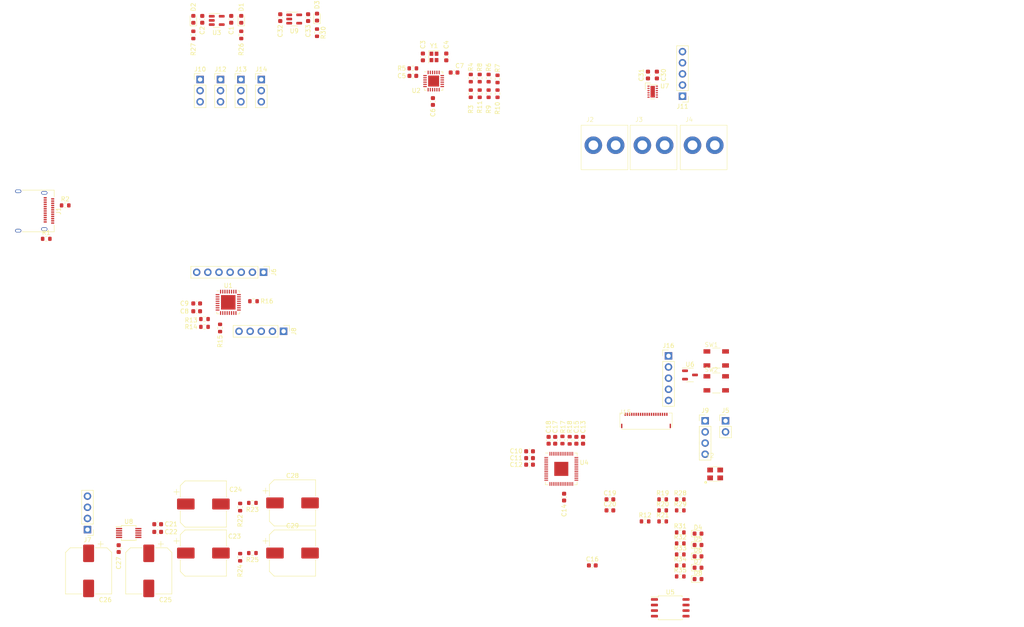
<source format=kicad_pcb>
(kicad_pcb (version 20221018) (generator pcbnew)
  (layers (0 "F.Cu" signal) (31 "B.Cu" signal) (34 "B.Paste" user) (35 "F.Paste" user) (36 "B.SilkS" user "B.Silkscreen") (37 "F.SilkS" user "F.Silkscreen") (38 "B.Mask" user) (39 "F.Mask" user) (44 "Edge.Cuts" user))
  (net 0 "")
  (net 1 "+3V3")
  (net 2 "GND")
  (net 3 "+5V")
  (net 4 "Net-(U2-XTALIN)")
  (net 5 "Net-(U2-XTALOUT)")
  (net 6 "+1V1")
  (net 7 "Net-(U4-ADC_AVDD)")
  (net 8 "Net-(C19-Pad2)")
  (net 9 "Net-(U4-XOUT)")
  (net 10 "Net-(U8-AOUTL)")
  (net 11 "Net-(C23-Pad2)")
  (net 12 "Net-(U8-AOUTR)")
  (net 13 "Net-(C24-Pad2)")
  (net 14 "Net-(U8-FILT+)")
  (net 15 "Net-(U8-VQ)")
  (net 16 "/AOUTR")
  (net 17 "/AOUTL")
  (net 18 "/VM")
  (net 19 "+2V8")
  (net 20 "Net-(D1-K)")
  (net 21 "Net-(D2-K)")
  (net 22 "Net-(D3-K)")
  (net 23 "Net-(D4-K)")
  (net 24 "/AUDIO_GPIO1")
  (net 25 "Net-(D5-K)")
  (net 26 "/AUDIO_GPIO2")
  (net 27 "Net-(D6-K)")
  (net 28 "/AUDIO_GPIO3")
  (net 29 "Net-(D7-K)")
  (net 30 "/AUDIO_GPIO4")
  (net 31 "Net-(D8-K)")
  (net 32 "/AUDIO_GPIO0")
  (net 35 "Net-(J1-CC1)")
  (net 36 "/USBD+")
  (net 37 "/USBD-")
  (net 43 "Net-(J1-CC2)")
  (net 47 "/HB_OUT_A1")
  (net 48 "/HB_OUT_A2")
  (net 49 "/HB_OUT_B1")
  (net 50 "/HB_OUT_B2")
  (net 51 "/SWD")
  (net 52 "/SWCLK")
  (net 53 "/SCL")
  (net 54 "/SDA")
  (net 55 "/MCLK_AUDIO")
  (net 56 "/LRCLK_AUDIO")
  (net 57 "/SCLK_AUDIO")
  (net 58 "/SDO_AUDIO")
  (net 59 "/SDI_AUDIO")
  (net 60 "/MCLK_DAC")
  (net 61 "/LRCLK_DAC")
  (net 62 "/SCLK_DAC")
  (net 63 "/SDI_DAC")
  (net 64 "/MIC_D4")
  (net 65 "/MIC_D5")
  (net 66 "/MIC_D6")
  (net 67 "/MIC_D7")
  (net 68 "/HB_ENABLE_B")
  (net 69 "/HB_DIRECTION_B")
  (net 70 "/HB_ENABLE_A")
  (net 71 "/HB_DIRECTION_A")
  (net 72 "/MIC_CLK")
  (net 74 "/MIC_WS")
  (net 75 "/MIC_D1")
  (net 76 "/MIC_D2")
  (net 77 "/MIC_D3")
  (net 80 "Net-(U2-VBUS_DET)")
  (net 81 "Net-(U2-RBIAS)")
  (net 82 "Net-(U2-CFG_SEL)")
  (net 83 "Net-(U2-NON_REM1)")
  (net 84 "Net-(U2-NON_REM0)")
  (net 85 "Net-(R12-Pad1)")
  (net 86 "/QSPI_SS")
  (net 87 "Net-(U1-VBUS)")
  (net 88 "Net-(U1-~{RST})")
  (net 89 "Net-(U1-~{CFGMODE})")
  (net 90 "Net-(U4-USB_DP)")
  (net 91 "/PICO_D+")
  (net 92 "Net-(U4-USB_DM)")
  (net 93 "/PICO_D-")
  (net 94 "Net-(U6-K)")
  (net 95 "Net-(U4-XIN)")
  (net 96 "/PICO_RUN")
  (net 97 "/AUDIO_D+")
  (net 98 "/AUDIO_D-")
  (net 118 "/HB_MODE")
  (net 119 "/QSPI_D3")
  (net 120 "/QSPI_CLK")
  (net 121 "/QSPI_D0")
  (net 122 "/QSPI_D2")
  (net 123 "/QSPI_D1")
  (footprint "Capasitors:C_0603_1608Metric" (layer "F.Cu") (at 185.182 147.096)
    (fp_text reference "C16" (at 0 -1.43) (layer "F.SilkS"))
    (fp_text value "2u2")
    (pad "1" smd roundrect (at -0.775 0) (size 0.9 0.95) (layers "F.Cu" "F.Paste" "F.Mask") (net 2 "GND"))
    (pad "2" smd roundrect (at 0.775 0) (size 0.9 0.95) (layers "F.Cu" "F.Paste" "F.Mask") (net 7 "Net-(U4-ADC_AVDD)"))
  )
  (footprint "Capasitors:C_0603_1608Metric" (layer "F.Cu") (at 94.996 89.154 180)
    (fp_text reference "C8" (at 2.794 0) (layer "F.SilkS"))
    (fp_text value "0.1u")
    (pad "1" smd roundrect (at -0.775 0 180) (size 0.9 0.95) (layers "F.Cu" "F.Paste" "F.Mask") (net 1 "+3V3"))
    (pad "2" smd roundrect (at 0.775 0 180) (size 0.9 0.95) (layers "F.Cu" "F.Paste" "F.Mask") (net 2 "GND"))
  )
  (footprint "LEDs:LED_0603_1608Metric" (layer "F.Cu") (at 122.428 22.098 90)
    (fp_text reference "D3" (at 2.794 0 90) (layer "F.SilkS"))
    (fp_text value "~")
    (pad "1" smd roundrect (at -0.7875 0 90) (size 0.875 0.95) (layers "F.Cu" "F.Paste" "F.Mask") (net 22 "Net-(D3-K)"))
    (pad "2" smd roundrect (at 0.7875 0 90) (size 0.875 0.95) (layers "F.Cu" "F.Paste" "F.Mask") (net 19 "+2V8"))
  )
  (footprint "Capasitors:C_0603_1608Metric" (layer "F.Cu") (at 181.5455 118.5685 -90)
    (fp_text reference "C15" (at -3.048 0 90) (layer "F.SilkS"))
    (fp_text value "2u2")
    (pad "1" smd roundrect (at -0.775 0 270) (size 0.9 0.95) (layers "F.Cu" "F.Paste" "F.Mask") (net 2 "GND"))
    (pad "2" smd roundrect (at 0.775 0 270) (size 0.9 0.95) (layers "F.Cu" "F.Paste" "F.Mask") (net 6 "+1V1"))
  )
  (footprint "LEDs:LED_0603_1608Metric" (layer "F.Cu") (at 209.282 147.616)
    (fp_text reference "D7" (at 0 -1.43) (layer "F.SilkS"))
    (fp_text value "~")
    (pad "1" smd roundrect (at -0.7875 0) (size 0.875 0.95) (layers "F.Cu" "F.Paste" "F.Mask") (net 29 "Net-(D7-K)"))
    (pad "2" smd roundrect (at 0.7875 0) (size 0.875 0.95) (layers "F.Cu" "F.Paste" "F.Mask") (net 30 "/AUDIO_GPIO4"))
  )
  (footprint "Capasitors:C_0603_1608Metric" (layer "F.Cu") (at 176.7195 118.5685 -90)
    (fp_text reference "C17" (at -3.048 0 90) (layer "F.SilkS"))
    (fp_text value "100n")
    (pad "1" smd roundrect (at -0.775 0 270) (size 0.9 0.95) (layers "F.Cu" "F.Paste" "F.Mask") (net 2 "GND"))
    (pad "2" smd roundrect (at 0.775 0 270) (size 0.9 0.95) (layers "F.Cu" "F.Paste" "F.Mask") (net 1 "+3V3"))
  )
  (footprint "Regulators:SOT-23-3" (layer "F.Cu") (at 207.452 103.676)
    (fp_text reference "U6" (at 0 -2.4) (layer "F.SilkS"))
    (fp_text value "LM4040DBZ-3")
    (pad "1" smd roundrect (at -1.1375 -0.95) (size 1.325 0.6) (layers "F.Cu" "F.Paste" "F.Mask") (net 94 "Net-(U6-K)"))
    (pad "2" smd roundrect (at -1.1375 0.95) (size 1.325 0.6) (layers "F.Cu" "F.Paste" "F.Mask") (net 1 "+3V3"))
    (pad "3" smd roundrect (at 1.1375 0) (size 1.325 0.6) (layers "F.Cu" "F.Paste" "F.Mask"))
  )
  (footprint "Resistor_SMD:R_0603_1608Metric" (layer "F.Cu") (at 104.902 133.795 90)
    (fp_text reference "R22" (at -3.111 0 90) (layer "F.SilkS"))
    (fp_text value "10k")
    (pad "1" smd roundrect (at -0.825 0 90) (size 0.8 0.95) (layers "F.Cu" "F.Paste" "F.Mask") (net 2 "GND"))
    (pad "2" smd roundrect (at 0.825 0 90) (size 0.8 0.95) (layers "F.Cu" "F.Paste" "F.Mask") (net 13 "Net-(C24-Pad2)"))
  )
  (footprint "Resistor_SMD:R_0603_1608Metric" (layer "F.Cu") (at 205.232 132.036)
    (fp_text reference "R28" (at 0 -1.43) (layer "F.SilkS"))
    (fp_text value "5k1")
    (pad "1" smd roundrect (at -0.825 0) (size 0.8 0.95) (layers "F.Cu" "F.Paste" "F.Mask") (net 53 "/SCL"))
    (pad "2" smd roundrect (at 0.825 0) (size 0.8 0.95) (layers "F.Cu" "F.Paste" "F.Mask") (net 1 "+3V3"))
  )
  (footprint "Capasitors:CP_Elec_10x10" (layer "F.Cu") (at 116.84 144.272)
    (fp_text reference "C29" (at 0 -6.2) (layer "F.SilkS"))
    (fp_text value "?")
    (pad "1" smd roundrect (at -4 0) (size 4 2.5) (layers "F.Cu" "F.Paste" "F.Mask") (roundrect_rratio 0.1) (net 17 "/AOUTL"))
    (pad "2" smd roundrect (at 4 0) (size 4 2.5) (layers "F.Cu" "F.Paste" "F.Mask") (roundrect_rratio 0.1) (net 2 "GND"))
  )
  (footprint "LEDs:LED_0603_1608Metric" (layer "F.Cu") (at 105.156 22.606 90)
    (fp_text reference "D1" (at 2.794 0 90) (layer "F.SilkS"))
    (fp_text value "~")
    (pad "1" smd roundrect (at -0.7875 0 90) (size 0.875 0.95) (layers "F.Cu" "F.Paste" "F.Mask") (net 20 "Net-(D1-K)"))
    (pad "2" smd roundrect (at 0.7875 0 90) (size 0.875 0.95) (layers "F.Cu" "F.Paste" "F.Mask") (net 1 "+3V3"))
  )
  (footprint "Motor_Drivers:WSON-12-1EP_3x2mm_P0.5mm_EP1x2.65" (layer "F.Cu") (at 198.948 39.104)
    (fp_text reference "U7" (at 2.728 -1.258) (layer "F.SilkS"))
    (fp_text value "DRV8835")
    (pad "1" smd rect (at -0.95 -1.25) (size 0.5 0.25) (layers "F.Cu" "F.Paste" "F.Mask") (net 18 "/VM"))
    (pad "2" smd rect (at -0.95 -0.75) (size 0.5 0.25) (layers "F.Cu" "F.Paste" "F.Mask") (net 47 "/HB_OUT_A1"))
    (pad "3" smd rect (at -0.95 -0.25) (size 0.5 0.25) (layers "F.Cu" "F.Paste" "F.Mask") (net 48 "/HB_OUT_A2"))
    (pad "4" smd rect (at -0.95 0.25) (size 0.5 0.25) (layers "F.Cu" "F.Paste" "F.Mask") (net 49 "/HB_OUT_B1"))
    (pad "5" smd rect (at -0.95 0.75) (size 0.5 0.25) (layers "F.Cu" "F.Paste" "F.Mask") (net 50 "/HB_OUT_B2"))
    (pad "6" smd rect (at -0.95 1.25) (size 0.5 0.25) (layers "F.Cu" "F.Paste" "F.Mask") (net 2 "GND"))
    (pad "7" smd rect (at 0.95 1.25) (size 0.5 0.25) (layers "F.Cu" "F.Paste" "F.Mask") (net 68 "/HB_ENABLE_B"))
    (pad "8" smd rect (at 0.95 0.75) (size 0.5 0.25) (layers "F.Cu" "F.Paste" "F.Mask") (net 69 "/HB_DIRECTION_B"))
    (pad "9" smd rect (at 0.95 0.25) (size 0.5 0.25) (layers "F.Cu" "F.Paste" "F.Mask") (net 70 "/HB_ENABLE_A"))
    (pad "10" smd rect (at 0.95 -0.25) (size 0.5 0.25) (layers "F.Cu" "F.Paste" "F.Mask") (net 71 "/HB_DIRECTION_A"))
    (pad "11" smd rect (at 0.95 -0.75) (size 0.5 0.25) (layers "F.Cu" "F.Paste" "F.Mask") (net 118 "/HB_MODE"))
    (pad "12" smd rect (at 0.95 -1.25) (size 0.5 0.25) (layers "F.Cu" "F.Paste" "F.Mask") (net 1 "+3V3"))
    (pad "13" smd rect (at 0 0) (size 1 2.65) (layers "F.Cu" "F.Mask") (net 2 "GND"))
  )
  (footprint "Capasitors:C_0603_1608Metric" (layer "F.Cu") (at 86.106 137.698)
    (fp_text reference "C21" (at 3.048 -0.03) (layer "F.SilkS"))
    (fp_text value "0.1u")
    (pad "1" smd roundrect (at -0.775 0) (size 0.9 0.95) (layers "F.Cu" "F.Paste" "F.Mask") (net 1 "+3V3"))
    (pad "2" smd roundrect (at 0.775 0) (size 0.9 0.95) (layers "F.Cu" "F.Paste" "F.Mask") (net 2 "GND"))
  )
  (footprint "Resistor_SMD:R_0603_1608Metric" (layer "F.Cu") (at 159.512 36.005 90)
    (fp_text reference "R8" (at 2.477 0 90) (layer "F.SilkS"))
    (fp_text value "100k")
    (pad "1" smd roundrect (at -0.825 0 90) (size 0.8 0.95) (layers "F.Cu" "F.Paste" "F.Mask") (net 84 "Net-(U2-NON_REM0)"))
    (pad "2" smd roundrect (at 0.825 0 90) (size 0.8 0.95) (layers "F.Cu" "F.Paste" "F.Mask") (net 1 "+3V3"))
  )
  (footprint "Capasitors:C_0603_1608Metric" (layer "F.Cu") (at 170.8775 124.1265)
    (fp_text reference "C12" (at -3.048 0) (layer "F.SilkS"))
    (fp_text value "100n")
    (pad "1" smd roundrect (at -0.775 0) (size 0.9 0.95) (layers "F.Cu" "F.Paste" "F.Mask") (net 2 "GND"))
    (pad "2" smd roundrect (at 0.775 0) (size 0.9 0.95) (layers "F.Cu" "F.Paste" "F.Mask") (net 1 "+3V3"))
  )
  (footprint "Resistor_SMD:R_0603_1608Metric" (layer "F.Cu") (at 96.774 92.71)
    (fp_text reference "R14" (at -3.048 0) (layer "F.SilkS"))
    (fp_text value "47k")
    (pad "1" smd roundrect (at -0.825 0) (size 0.8 0.95) (layers "F.Cu" "F.Paste" "F.Mask") (net 2 "GND"))
    (pad "2" smd roundrect (at 0.825 0) (size 0.8 0.95) (layers "F.Cu" "F.Paste" "F.Mask") (net 87 "Net-(U1-VBUS)"))
  )
  (footprint "Resistor_SMD:R_0603_1608Metric" (layer "F.Cu") (at 161.544 39.561 90)
    (fp_text reference "R9" (at -3.556 0 90) (layer "F.SilkS"))
    (fp_text value "100k")
    (pad "1" smd roundrect (at -0.825 0 90) (size 0.8 0.95) (layers "F.Cu" "F.Paste" "F.Mask") (net 2 "GND"))
    (pad "2" smd roundrect (at 0.825 0 90) (size 0.8 0.95) (layers "F.Cu" "F.Paste" "F.Mask") (net 82 "Net-(U2-CFG_SEL)"))
  )
  (footprint "LEDs:LED_0603_1608Metric" (layer "F.Cu") (at 94.234 22.606 90)
    (fp_text reference "D2" (at 2.794 0 90) (layer "F.SilkS"))
    (fp_text value "~")
    (pad "1" smd roundrect (at -0.7875 0 90) (size 0.875 0.95) (layers "F.Cu" "F.Paste" "F.Mask") (net 21 "Net-(D2-K)"))
    (pad "2" smd roundrect (at 0.7875 0 90) (size 0.875 0.95) (layers "F.Cu" "F.Paste" "F.Mask") (net 3 "+5V"))
  )
  (footprint "Resistor_SMD:R_0603_1608Metric" (layer "F.Cu") (at 100.33 92.964 90)
    (fp_text reference "R15" (at -3.048 0 90) (layer "F.SilkS"))
    (fp_text value "4k7")
    (pad "1" smd roundrect (at -0.825 0 90) (size 0.8 0.95) (layers "F.Cu" "F.Paste" "F.Mask") (net 1 "+3V3"))
    (pad "2" smd roundrect (at 0.825 0 90) (size 0.8 0.95) (layers "F.Cu" "F.Paste" "F.Mask") (net 88 "Net-(U1-~{RST})"))
  )
  (footprint "Regulators:SOT-23-5" (layer "F.Cu") (at 117.2265 22.54)
    (fp_text reference "U9" (at 0 2.728) (layer "F.SilkS"))
    (fp_text value "~")
    (pad "1" smd roundrect (at -1.1375 -0.95) (size 1.325 0.6) (layers "F.Cu" "F.Paste" "F.Mask") (net 3 "+5V"))
    (pad "2" smd roundrect (at -1.1375 0) (size 1.325 0.6) (layers "F.Cu" "F.Paste" "F.Mask") (net 2 "GND"))
    (pad "3" smd roundrect (at -1.1375 0.95) (size 1.325 0.6) (layers "F.Cu" "F.Paste" "F.Mask") (net 3 "+5V"))
    (pad "4" smd roundrect (at 1.1375 0.95) (size 1.325 0.6) (layers "F.Cu" "F.Paste" "F.Mask"))
    (pad "5" smd roundrect (at 1.1375 -0.95) (size 1.325 0.6) (layers "F.Cu" "F.Paste" "F.Mask") (net 19 "+2V8"))
  )
  (footprint "Resistor_SMD:R_0603_1608Metric" (layer "F.Cu") (at 205.232 149.606)
    (fp_text reference "R35" (at 0 -1.43) (layer "F.SilkS"))
    (fp_text value "470")
    (pad "1" smd roundrect (at -0.825 0) (size 0.8 0.95) (layers "F.Cu" "F.Paste" "F.Mask") (net 31 "Net-(D8-K)"))
    (pad "2" smd roundrect (at 0.825 0) (size 0.8 0.95) (layers "F.Cu" "F.Paste" "F.Mask") (net 2 "GND"))
  )
  (footprint "Resistor_SMD:R_0603_1608Metric" (layer "F.Cu") (at 205.232 147.096)
    (fp_text reference "R34" (at 0 -1.43) (layer "F.SilkS"))
    (fp_text value "470")
    (pad "1" smd roundrect (at -0.825 0) (size 0.8 0.95) (layers "F.Cu" "F.Paste" "F.Mask") (net 29 "Net-(D7-K)"))
    (pad "2" smd roundrect (at 0.825 0) (size 0.8 0.95) (layers "F.Cu" "F.Paste" "F.Mask") (net 2 "GND"))
  )
  (footprint "Memory:SOIC-8_5.23x5.23mm_P1.27mm" (layer "F.Cu") (at 202.942 156.756)
    (fp_text reference "U5" (at 0 -3.56) (layer "F.SilkS"))
    (fp_text value "W25Q16JV")
    (pad "1" smd roundrect (at -3.6 -1.905) (size 1.6 0.6) (layers "F.Cu" "F.Paste" "F.Mask") (net 86 "/QSPI_SS"))
    (pad "2" smd roundrect (at -3.6 -0.635) (size 1.6 0.6) (layers "F.Cu" "F.Paste" "F.Mask") (net 121 "/QSPI_D0"))
    (pad "3" smd roundrect (at -3.6 0.635) (size 1.6 0.6) (layers "F.Cu" "F.Paste" "F.Mask") (net 122 "/QSPI_D2"))
    (pad "4" smd roundrect (at -3.6 1.905) (size 1.6 0.6) (layers "F.Cu" "F.Paste" "F.Mask") (net 2 "GND"))
    (pad "5" smd roundrect (at 3.6 1.905) (size 1.6 0.6) (layers "F.Cu" "F.Paste" "F.Mask") (net 123 "/QSPI_D1"))
    (pad "6" smd roundrect (at 3.6 0.635) (size 1.6 0.6) (layers "F.Cu" "F.Paste" "F.Mask") (net 120 "/QSPI_CLK"))
    (pad "7" smd roundrect (at 3.6 -0.635) (size 1.6 0.6) (layers "F.Cu" "F.Paste" "F.Mask") (net 119 "/QSPI_D3"))
    (pad "8" smd roundrect (at 3.6 -1.905) (size 1.6 0.6) (layers "F.Cu" "F.Paste" "F.Mask") (net 1 "+3V3"))
  )
  (footprint "Connectors:PinHeader_1x05_P2.54mm_Vertical" (layer "F.Cu") (at 205.74 40.132 180)
    (fp_text reference "J11" (at 0 -2.33) (layer "F.SilkS"))
    (fp_text value "Header_2.54mm_1x5")
    (pad "1" thru_hole rect (at 0 0 180) (size 1.7 1.7) (drill 1) (layers "*.Cu" "*.Mask") (net 118 "/HB_MODE"))
    (pad "2" thru_hole oval (at 0 2.54 180) (size 1.7 1.7) (drill 1) (layers "*.Cu" "*.Mask") (net 68 "/HB_ENABLE_B"))
    (pad "3" thru_hole oval (at 0 5.08 180) (size 1.7 1.7) (drill 1) (layers "*.Cu" "*.Mask") (net 69 "/HB_DIRECTION_B"))
    (pad "4" thru_hole oval (at 0 7.62 180) (size 1.7 1.7) (drill 1) (layers "*.Cu" "*.Mask") (net 70 "/HB_ENABLE_A"))
    (pad "5" thru_hole oval (at 0 10.16 180) (size 1.7 1.7) (drill 1) (layers "*.Cu" "*.Mask") (net 71 "/HB_DIRECTION_A"))
  )
  (footprint "Capasitors:C_0603_1608Metric" (layer "F.Cu") (at 153.67 34.735)
    (fp_text reference "C7" (at 1.27 -1.524) (layer "F.SilkS"))
    (fp_text value "0.1u")
    (pad "1" smd roundrect (at -0.775 0) (size 0.9 0.95) (layers "F.Cu" "F.Paste" "F.Mask") (net 1 "+3V3"))
    (pad "2" smd roundrect (at 0.775 0) (size 0.9 0.95) (layers "F.Cu" "F.Paste" "F.Mask") (net 2 "GND"))
  )
  (footprint "Connectors:PinHeader_1x03_P2.54mm_Vertical" (layer "F.Cu") (at 109.728 36.322)
    (fp_text reference "J14" (at 0 -2.33) (layer "F.SilkS"))
    (fp_text value "~")
    (pad "1" thru_hole rect (at 0 0) (size 1.7 1.7) (drill 1) (layers "*.Cu" "*.Mask") (net 2 "GND"))
    (pad "2" thru_hole oval (at 0 2.54) (size 1.7 1.7) (drill 1) (layers "*.Cu" "*.Mask") (net 2 "GND"))
    (pad "3" thru_hole oval (at 0 5.08) (size 1.7 1.7) (drill 1) (layers "*.Cu" "*.Mask") (net 2 "GND"))
  )
  (footprint "Regulators:SOT-23-5" (layer "F.Cu") (at 99.568 22.86)
    (fp_text reference "U3" (at 0 2.794) (layer "F.SilkS"))
    (fp_text value "AP2112K-3.3")
    (pad "1" smd roundrect (at -1.1375 -0.95) (size 1.325 0.6) (layers "F.Cu" "F.Paste" "F.Mask") (net 3 "+5V"))
    (pad "2" smd roundrect (at -1.1375 0) (size 1.325 0.6) (layers "F.Cu" "F.Paste" "F.Mask") (net 2 "GND"))
    (pad "3" smd roundrect (at -1.1375 0.95) (size 1.325 0.6) (layers "F.Cu" "F.Paste" "F.Mask") (net 3 "+5V"))
    (pad "4" smd roundrect (at 1.1375 0.95) (size 1.325 0.6) (layers "F.Cu" "F.Paste" "F.Mask"))
    (pad "5" smd roundrect (at 1.1375 -0.95) (size 1.325 0.6) (layers "F.Cu" "F.Paste" "F.Mask") (net 1 "+3V3"))
  )
  (footprint "Resistor_SMD:R_0603_1608Metric" (layer "F.Cu") (at 163.576 39.561 90)
    (fp_text reference "R10" (at -3.302 0 90) (layer "F.SilkS"))
    (fp_text value "100k")
    (pad "1" smd roundrect (at -0.825 0 90) (size 0.8 0.95) (layers "F.Cu" "F.Paste" "F.Mask") (net 2 "GND"))
    (pad "2" smd roundrect (at 0.825 0 90) (size 0.8 0.95) (layers "F.Cu" "F.Paste" "F.Mask") (net 83 "Net-(U2-NON_REM1)"))
  )
  (footprint "Resistor_SMD:R_0603_1608Metric" (layer "F.Cu") (at 105.156 26.162 -90)
    (fp_text reference "R26" (at 3.302 0 90) (layer "F.SilkS"))
    (fp_text value "470")
    (pad "1" smd roundrect (at -0.825 0 270) (size 0.8 0.95) (layers "F.Cu" "F.Paste" "F.Mask") (net 20 "Net-(D1-K)"))
    (pad "2" smd roundrect (at 0.825 0 270) (size 0.8 0.95) (layers "F.Cu" "F.Paste" "F.Mask") (net 2 "GND"))
  )
  (footprint "Connectors:PinHeader_1x05_P2.54mm_Vertical" (layer "F.Cu") (at 202.552 99.326)
    (fp_text reference "J16" (at 0 -2.33) (layer "F.SilkS"))
    (fp_text value "Header_2.54mm_1x5")
    (pad "1" thru_hole rect (at 0 0) (size 1.7 1.7) (drill 1) (layers "*.Cu" "*.Mask") (net 32 "/AUDIO_GPIO0"))
    (pad "2" thru_hole oval (at 0 2.54) (size 1.7 1.7) (drill 1) (layers "*.Cu" "*.Mask") (net 24 "/AUDIO_GPIO1"))
    (pad "3" thru_hole oval (at 0 5.08) (size 1.7 1.7) (drill 1) (layers "*.Cu" "*.Mask") (net 26 "/AUDIO_GPIO2"))
    (pad "4" thru_hole oval (at 0 7.62) (size 1.7 1.7) (drill 1) (layers "*.Cu" "*.Mask") (net 28 "/AUDIO_GPIO3"))
    (pad "5" thru_hole oval (at 0 10.16) (size 1.7 1.7) (drill 1) (layers "*.Cu" "*.Mask") (net 30 "/AUDIO_GPIO4"))
  )
  (footprint "Resistor_SMD:R_0603_1608Metric" (layer "F.Cu") (at 201.222 137.056)
    (fp_text reference "R21" (at 0 -1.43) (layer "F.SilkS"))
    (fp_text value "1k")
    (pad "1" smd roundrect (at -0.825 0) (size 0.8 0.95) (layers "F.Cu" "F.Paste" "F.Mask") (net 95 "Net-(U4-XIN)"))
    (pad "2" smd roundrect (at 0.825 0) (size 0.8 0.95) (layers "F.Cu" "F.Paste" "F.Mask") (net 8 "Net-(C19-Pad2)"))
  )
  (footprint "Capasitors:CP_Elec_10x10" (layer "F.Cu") (at 96.52 133.096)
    (fp_text reference "C24" (at 7.366 -3.302) (layer "F.SilkS"))
    (fp_text value "3.3u")
    (pad "1" smd roundrect (at -4 0) (size 4 2.5) (layers "F.Cu" "F.Paste" "F.Mask") (roundrect_rratio 0.1) (net 12 "Net-(U8-AOUTR)"))
    (pad "2" smd roundrect (at 4 0) (size 4 2.5) (layers "F.Cu" "F.Paste" "F.Mask") (roundrect_rratio 0.1) (net 13 "Net-(C24-Pad2)"))
  )
  (footprint "Connectors:FFC_20_Pin" (layer "F.Cu") (at 192.677 112.651)
    (fp_text reference "J15" (at 0 -0.5 unlocked) (layer "F.SilkS") (effects (font (thickness 0.1))))
    (fp_text value "~")
    (pad "1" smd rect (at 0 0) (size 0.3 0.7) (layers "F.Cu" "F.Paste" "F.Mask") (net 2 "GND"))
    (pad "2" smd rect (at 0.5 0) (size 0.3 0.7) (layers "F.Cu" "F.Paste" "F.Mask") (net 19 "+2V8"))
    (pad "3" smd rect (at 1 0) (size 0.3 0.7) (layers "F.Cu" "F.Paste" "F.Mask") (net 72 "/MIC_CLK"))
    (pad "4" smd rect (at 1.5 0) (size 0.3 0.7) (layers "F.Cu" "F.Paste" "F.Mask"))
    (pad "5" smd rect (at 2 0) (size 0.3 0.7) (layers "F.Cu" "F.Paste" "F.Mask") (net 74 "/MIC_WS"))
    (pad "6" smd rect (at 2.5 0) (size 0.3 0.7) (layers "F.Cu" "F.Paste" "F.Mask") (net 75 "/MIC_D1"))
    (pad "7" smd rect (at 3 0) (size 0.3 0.7) (layers "F.Cu" "F.Paste" "F.Mask") (net 76 "/MIC_D2"))
    (pad "8" smd rect (at 3.5 0) (size 0.3 0.7) (layers "F.Cu" "F.Paste" "F.Mask") (net 77 "/MIC_D3"))
    (pad "9" smd rect (at 4 0) (size 0.3 0.7) (layers "F.Cu" "F.Paste" "F.Mask") (net 64 "/MIC_D4"))
    (pad "10" smd rect (at 4.5 0) (size 0.3 0.7) (layers "F.Cu" "F.Paste" "F.Mask") (net 65 "/MIC_D5"))
    (pad "11" smd rect (at 5 0) (size 0.3 0.7) (layers "F.Cu" "F.Paste" "F.Mask") (net 66 "/MIC_D6"))
    (pad "12" smd rect (at 5.5 0) (size 0.3 0.7) (layers "F.Cu" "F.Paste" "F.Mask") (net 67 "/MIC_D7"))
    (pad "13" smd rect (at 6 0) (size 0.3 0.7) (layers "F.Cu" "F.Paste" "F.Mask") (net 2 "GND"))
    (pad "14" smd rect (at 6.5 0) (size 0.3 0.7) (layers "F.Cu" "F.Paste" "F.Mask") (net 19 "+2V8"))
    (pad "15" smd rect (at 7 0) (size 0.3 0.7) (layers "F.Cu" "F.Paste" "F.Mask") (net 2 "GND"))
    (pad "16" smd rect (at 7.5 0) (size 0.3 0.7) (layers "F.Cu" "F.Paste" "F.Mask"))
    (pad "17" smd rect (at 8 0) (size 0.3 0.7) (layers "F.Cu" "F.Paste" "F.Mask") (net 2 "GND"))
    (pad "18" smd rect (at 8.5 0) (size 0.3 0.7) (layers "F.Cu" "F.Paste" "F.Mask"))
    (pad "19" smd rect (at 9 0) (size 0.3 0.7) (layers "F.Cu" "F.Paste" "F.Mask") (net 19 "+2V8"))
    (pad "20" smd rect (at 9.5 0) (size 0.3 0.7) (layers "F.Cu" "F.Paste" "F.Mask") (net 2 "GND"))
    (pad "MP1" smd rect (at -0.79 2.65) (size 0.3 1) (layers "F.Cu" "F.Paste" "F.Mask") (net 2 "GND"))
    (pad "MP2" smd rect (at 10.29 2.65) (size 0.3 1) (layers "F.Cu" "F.Paste" "F.Mask") (net 2 "GND"))
  )
  (footprint "Capasitors:CP_Elec_10x10" (layer "F.Cu") (at 96.52 144.272)
    (fp_text reference "C23" (at 7.112 -3.81) (layer "F.SilkS"))
    (fp_text value "3.3u")
    (pad "1" smd roundrect (at -4 0) (size 4 2.5) (layers "F.Cu" "F.Paste" "F.Mask") (roundrect_rratio 0.1) (net 10 "Net-(U8-AOUTL)"))
    (pad "2" smd roundrect (at 4 0) (size 4 2.5) (layers "F.Cu" "F.Paste" "F.Mask") (roundrect_rratio 0.1) (net 11 "Net-(C23-Pad2)"))
  )
  (footprint "Capasitors:C_0603_1608Metric" (layer "F.Cu") (at 189.192 134.546)
    (fp_text reference "C20" (at 0 -1.43) (layer "F.SilkS"))
    (fp_text value "15p")
    (pad "1" smd roundrect (at -0.775 0) (size 0.9 0.95) (layers "F.Cu" "F.Paste" "F.Mask") (net 2 "GND"))
    (pad "2" smd roundrect (at 0.775 0) (size 0.9 0.95) (layers "F.Cu" "F.Paste" "F.Mask") (net 9 "Net-(U4-XOUT)"))
  )
  (footprint "Resistor_SMD:R_0603_1608Metric" (layer "F.Cu") (at 104.902 145.225 -90)
    (fp_text reference "R24" (at 3.111 0 90) (layer "F.SilkS"))
    (fp_text value "10k")
    (pad "1" smd roundrect (at -0.825 0 270) (size 0.8 0.95) (layers "F.Cu" "F.Paste" "F.Mask") (net 11 "Net-(C23-Pad2)"))
    (pad "2" smd roundrect (at 0.825 0 270) (size 0.8 0.95) (layers "F.Cu" "F.Paste" "F.Mask") (net 2 "GND"))
  )
  (footprint "LEDs:LED_0603_1608Metric" (layer "F.Cu") (at 209.282 150.206)
    (fp_text reference "D8" (at 0 -1.43) (layer "F.SilkS"))
    (fp_text value "~")
    (pad "1" smd roundrect (at -0.7875 0) (size 0.875 0.95) (layers "F.Cu" "F.Paste" "F.Mask") (net 31 "Net-(D8-K)"))
    (pad "2" smd roundrect (at 0.7875 0) (size 0.875 0.95) (layers "F.Cu" "F.Paste" "F.Mask") (net 32 "/AUDIO_GPIO0"))
  )
  (footprint "Capasitors:C_0603_1608Metric" (layer "F.Cu") (at 148.844 41.339 -90)
    (fp_text reference "C6" (at 2.54 0 90) (layer "F.SilkS"))
    (fp_text value "1u")
    (pad "1" smd roundrect (at -0.775 0 270) (size 0.9 0.95) (layers "F.Cu" "F.Paste" "F.Mask") (net 1 "+3V3"))
    (pad "2" smd roundrect (at 0.775 0 270) (size 0.9 0.95) (layers "F.Cu" "F.Paste" "F.Mask") (net 2 "GND"))
  )
  (footprint "Resistor_SMD:R_0603_1608Metric" (layer "F.Cu") (at 60.706 72.644)
    (fp_text reference "R1" (at 0 -1.43) (layer "F.SilkS"))
    (fp_text value "5k1")
    (pad "1" smd roundrect (at -0.825 0) (size 0.8 0.95) (layers "F.Cu" "F.Paste" "F.Mask") (net 43 "Net-(J1-CC2)"))
    (pad "2" smd roundrect (at 0.825 0) (size 0.8 0.95) (layers "F.Cu" "F.Paste" "F.Mask") (net 2 "GND"))
  )
  (footprint "Resistor_SMD:R_0603_1608Metric" (layer "F.Cu") (at 205.232 134.546)
    (fp_text reference "R29" (at 0 -1.43) (layer "F.SilkS"))
    (fp_text value "5k1")
    (pad "1" smd roundrect (at -0.825 0) (size 0.8 0.95) (layers "F.Cu" "F.Paste" "F.Mask") (net 54 "/SDA"))
    (pad "2" smd roundrect (at 0.825 0) (size 0.8 0.95) (layers "F.Cu" "F.Paste" "F.Mask") (net 1 "+3V3"))
  )
  (footprint "Resistor_SMD:R_0603_1608Metric" (layer "F.Cu") (at 122.428 25.654 -90)
    (fp_text reference "R30" (at 0 -1.43 90) (layer "F.SilkS"))
    (fp_text value "470")
    (pad "1" smd roundrect (at -0.825 0 270) (size 0.8 0.95) (layers "F.Cu" "F.Paste" "F.Mask") (net 22 "Net-(D3-K)"))
    (pad "2" smd roundrect (at 0.825 0 270) (size 0.8 0.95) (layers "F.Cu" "F.Paste" "F.Mask") (net 2 "GND"))
  )
  (footprint "Resistor_SMD:R_0603_1608Metric" (layer "F.Cu") (at 157.48 39.561 90)
    (fp_text reference "R3" (at -3.556 0 90) (layer "F.SilkS"))
    (fp_text value "100k")
    (pad "1" smd roundrect (at -0.825 0 90) (size 0.8 0.95) (layers "F.Cu" "F.Paste" "F.Mask") (net 2 "GND"))
    (pad "2" smd roundrect (at 0.825 0 90) (size 0.8 0.95) (layers "F.Cu" "F.Paste" "F.Mask") (net 80 "Net-(U2-VBUS_DET)"))
  )
  (footprint "Resistor_SMD:R_0603_1608Metric" (layer "F.Cu") (at 159.512 39.561 90)
    (fp_text reference "R11" (at -3.048 0 90) (layer "F.SilkS"))
    (fp_text value "100k")
    (pad "1" smd roundrect (at -0.825 0 90) (size 0.8 0.95) (layers "F.Cu" "F.Paste" "F.Mask") (net 2 "GND"))
    (pad "2" smd roundrect (at 0.825 0 90) (size 0.8 0.95) (layers "F.Cu" "F.Paste" "F.Mask") (net 84 "Net-(U2-NON_REM0)"))
  )
  (footprint "Resistor_SMD:R_0603_1608Metric" (layer "F.Cu") (at 163.576 36.196 90)
    (fp_text reference "R7" (at 2.477 0 90) (layer "F.SilkS"))
    (fp_text value "100k")
    (pad "1" smd roundrect (at -0.825 0 90) (size 0.8 0.95) (layers "F.Cu" "F.Paste" "F.Mask") (net 83 "Net-(U2-NON_REM1)"))
    (pad "2" smd roundrect (at 0.825 0 90) (size 0.8 0.95) (layers "F.Cu" "F.Paste" "F.Mask") (net 1 "+3V3"))
  )
  (footprint "Connectors:2x1_screw_terminal" (layer "F.Cu") (at 196.596 51.308)
    (fp_text reference "J3" (at -0.762 -5.842 unlocked) (layer "F.SilkS") (effects (font (thickness 0.1))))
    (fp_text value "Screw_Terminal_01x02")
    (pad "1" thru_hole circle (at 0 0) (size 4 4) (drill 2.2) (layers "*.Cu" "*.Mask") (net 47 "/HB_OUT_A1"))
    (pad "2" thru_hole circle (at 5.08 0) (size 4 4) (drill 2.2) (layers "*.Cu" "*.Mask") (net 48 "/HB_OUT_A2"))
  )
  (footprint "Switches:PTS647" (layer "F.Cu") (at 211.302 103.985)
    (fp_text reference "SW2" (at 1.016 -1.524 unlocked) (layer "F.SilkS") (effects (font (thickness 0.1))))
    (fp_text value "PTS647")
    (pad "1" smd rect (at 0 0) (size 1.55 1) (layers "F.Cu" "F.Mask") (net 85 "Net-(R12-Pad1)"))
    (pad "2" smd rect (at 4.25 0) (size 1.55 1) (layers "F.Cu" "F.Mask") (net 85 "Net-(R12-Pad1)"))
    (pad "3" smd rect (at 0 3.2) (size 1.55 1) (layers "F.Cu" "F.Mask") (net 2 "GND"))
    (pad "4" smd rect (at 4.25 3.2) (size 1.55 1) (layers "F.Cu" "F.Mask") (net 2 "GND"))
  )
  (footprint "Capasitors:CP_Elec_10x10" (layer "F.Cu") (at 70.358 148.336 -90)
    (fp_text reference "C26" (at 6.604 -3.81 -180) (layer "F.SilkS"))
    (fp_text value "10u")
    (pad "1" smd roundrect (at -4 0 270) (size 4 2.5) (layers "F.Cu" "F.Paste" "F.Mask") (roundrect_rratio 0.1) (net 15 "Net-(U8-VQ)"))
    (pad "2" smd roundrect (at 4 0 270) (size 4 2.5) (layers "F.Cu" "F.Paste" "F.Mask") (roundrect_rratio 0.1) (net 2 "GND"))
  )
  (footprint "DAC:MSOP-10_3x3mm_P0.5mm" (layer "F.Cu") (at 79.502 139.7)
    (fp_text reference "U8" (at 0 -2.6) (layer "F.SilkS"))
    (fp_text value "CS4344")
    (pad "1" smd rect (at -2.2 -1) (size 1.4 0.3) (layers "F.Cu" "F.Paste" "F.Mask") (net 63 "/SDI_DAC"))
    (pad "2" smd rect (at -2.2 -0.5) (size 1.4 0.3) (layers "F.Cu" "F.Paste" "F.Mask") (net 62 "/SCLK_DAC"))
    (pad "3" smd rect (at -2.2 0) (size 1.4 0.3) (layers "F.Cu" "F.Paste" "F.Mask") (net 61 "/LRCLK_DAC"))
    (pad "4" smd rect (at -2.2 0.5) (size 1.4 0.3) (layers "F.Cu" "F.Paste" "F.Mask") (net 60 "/MCLK_DAC"))
    (pad "5" smd rect (at -2.2 1) (size 1.4 0.3) (layers "F.Cu" "F.Paste" "F.Mask") (net 15 "Net-(U8-VQ)"))
    (pad "6" smd rect (at 2.2 1) (size 1.4 0.3) (layers "F.Cu" "F.Paste" "F.Mask") (net 14 "Net-(U8-FILT+)"))
    (pad "7" smd rect (at 2.2 0.5) (size 1.4 0.3) (layers "F.Cu" "F.Paste" "F.Mask") (net 10 "Net-(U8-AOUTL)"))
    (pad "8" smd rect (at 2.2 0) (size 1.4 0.3) (layers "F.Cu" "F.Paste" "F.Mask") (net 2 "GND"))
    (pad "9" smd rect (at 2.2 -0.5) (size 1.4 0.3) (layers "F.Cu" "F.Paste" "F.Mask") (net 1 "+3V3"))
    (pad "10" smd rect (at 2.2 -1) (size 1.4 0.3) (layers "F.Cu" "F.Paste" "F.Mask") (net 12 "Net-(U8-AOUTR)"))
  )
  (footprint "Capasitors:C_0603_1608Metric" (layer "F.Cu") (at 120.396 22.22 -90)
    (fp_text reference "C33" (at 3.048 0 90) (layer "F.SilkS"))
    (fp_text value "1u")
    (pad "1" smd roundrect (at -0.775 0 270) (size 0.9 0.95) (layers "F.Cu" "F.Paste" "F.Mask") (net 19 "+2V8"))
    (pad "2" smd roundrect (at 0.775 0 270) (size 0.9 0.95) (layers "F.Cu" "F.Paste" "F.Mask") (net 2 "GND"))
  )
  (footprint "Capasitors:C_0603_1608Metric" (layer "F.Cu") (at 146.558 31.179 90)
    (fp_text reference "C3" (at 2.794 0 90) (layer "F.SilkS"))
    (fp_text value "18p")
    (pad "1" smd roundrect (at -0.775 0 90) (size 0.9 0.95) (layers "F.Cu" "F.Paste" "F.Mask") (net 2 "GND"))
    (pad "2" smd roundrect (at 0.775 0 90) (size 0.9 0.95) (layers "F.Cu" "F.Paste" "F.Mask") (net 4 "Net-(U2-XTALIN)"))
  )
  (footprint "Connectors:PinHeader_1x03_P2.54mm_Vertical" (layer "F.Cu") (at 100.428 36.322)
    (fp_text reference "J12" (at 0 -2.33) (layer "F.SilkS"))
    (fp_text value "~")
    (pad "1" thru_hole rect (at 0 0) (size 1.7 1.7) (drill 1) (layers "*.Cu" "*.Mask") (net 3 "+5V"))
    (pad "2" thru_hole oval (at 0 2.54) (size 1.7 1.7) (drill 1) (layers "*.Cu" "*.Mask") (net 3 "+5V"))
    (pad "3" thru_hole oval (at 0 5.08) (size 1.7 1.7) (drill 1) (layers "*.Cu" "*.Mask") (net 3 "+5V"))
  )
  (footprint "Resistor_SMD:R_0603_1608Metric" (layer "F.Cu") (at 65.024 65.024)
    (fp_text reference "R2" (at 0 -1.43) (layer "F.SilkS"))
    (fp_text value "5k1")
    (pad "1" smd roundrect (at -0.825 0) (size 0.8 0.95) (layers "F.Cu" "F.Paste" "F.Mask") (net 35 "Net-(J1-CC1)"))
    (pad "2" smd roundrect (at 0.825 0) (size 0.8 0.95) (layers "F.Cu" "F.Paste" "F.Mask") (net 2 "GND"))
  )
  (footprint "Capasitors:C_0603_1608Metric" (layer "F.Cu") (at 77.216 143.256 -90)
    (fp_text reference "C27" (at 3.302 0 90) (layer "F.SilkS"))
    (fp_text value "0.1u")
    (pad "1" smd roundrect (at -0.775 0 270) (size 0.9 0.95) (layers "F.Cu" "F.Paste" "F.Mask") (net 15 "Net-(U8-VQ)"))
    (pad "2" smd roundrect (at 0.775 0 270) (size 0.9 0.95) (layers "F.Cu" "F.Paste" "F.Mask") (net 2 "GND"))
  )
  (footprint "Oscillators:Crystal_SMD_SeikoEpson_FA128-4Pin_2.0x1.6mm" (layer "F.Cu") (at 149.098 31.179 -90)
    (fp_text reference "Y1" (at -2.54 0 -180) (layer "F.SilkS"))
    (fp_text value "Crystal_24MHz")
    (pad "1" smd roundrect (at -0.725 0.575 270) (size 0.95 0.85) (layers "F.Cu" "F.Paste" "F.Mask") (roundrect_rratio 0.12) (net 4 "Net-(U2-XTALIN)"))
    (pad "2" smd roundrect (at 0.725 0.575 270) (size 0.95 0.85) (layers "F.Cu" "F.Paste" "F.Mask") (roundrect_rratio 0.12) (net 2 "GND"))
    (pad "3" smd roundrect (at 0.725 -0.575 270) (size 0.95 0.85) (layers "F.Cu" "F.Paste" "F.Mask") (roundrect_rratio 0.12) (net 5 "Net-(U2-XTALOUT)"))
    (pad "4" smd roundrect (at -0.725 -0.575 270) (size 0.95 0.85) (layers "F.Cu" "F.Paste" "F.Mask") (roundrect_rratio 0.12) (net 2 "GND"))
  )
  (footprint "Resistor_SMD:R_0603_1608Metric" (layer "F.Cu") (at 205.232 142.076)
    (fp_text reference "R32" (at 0 -1.43) (layer "F.SilkS"))
    (fp_text value "470")
    (pad "1" smd roundrect (at -0.825 0) (size 0.8 0.95) (layers "F.Cu" "F.Paste" "F.Mask") (net 25 "Net-(D5-K)"))
    (pad "2" smd roundrect (at 0.825 0) (size 0.8 0.95) (layers "F.Cu" "F.Paste" "F.Mask") (net 2 "GND"))
  )
  (footprint "Connectors:PinHeader_1x04_P2.54mm_Vertical" (layer "F.Cu") (at 210.902 114.126)
    (fp_text reference "J9" (at 0 -2.33) (layer "F.SilkS"))
    (fp_text value "~")
    (pad "1" thru_hole rect (at 0 0) (size 1.7 1.7) (drill 1) (layers "*.Cu" "*.Mask") (net 64 "/MIC_D4"))
    (pad "2" thru_hole oval (at 0 2.54) (size 1.7 1.7) (drill 1) (layers "*.Cu" "*.Mask") (net 65 "/MIC_D5"))
    (pad "3" thru_hole oval (at 0 5.08) (size 1.7 1.7) (drill 1) (layers "*.Cu" "*.Mask") (net 66 "/MIC_D6"))
    (pad "4" thru_hole oval (at 0 7.62) (size 1.7 1.7) (drill 1) (layers "*.Cu" "*.Mask") (net 67 "/MIC_D7"))
  )
  (footprint "Capasitors:C_0603_1608Metric" (layer "F.Cu") (at 102.87 22.606 -90)
    (fp_text reference "C1" (at 2.54 0 90) (layer "F.SilkS"))
    (fp_text value "1u")
    (pad "1" smd roundrect (at -0.775 0 270) (size 0.9 0.95) (layers "F.Cu" "F.Paste" "F.Mask") (net 1 "+3V3"))
    (pad "2" smd roundrect (at 0.775 0 270) (size 0.9 0.95) (layers "F.Cu" "F.Paste" "F.Mask") (net 2 "GND"))
  )
  (footprint "Oscillators:ECX-32" (layer "F.Cu") (at 212.037 127.141)
    (fp_text reference "Y2" (at 0 -5.08 unlocked) (layer "F.SilkS") (effects (font (thickness 0.1))))
    (fp_text value "Crystal_12MHz")
    (pad "1" smd rect (at 0 0) (size 1.3 1.1) (layers "F.Cu" "F.Paste" "F.Mask") (net 8 "Net-(C19-Pad2)"))
    (pad "2" smd rect (at 2.3 0) (size 1.3 1.1) (layers "F.Cu" "F.Paste" "F.Mask") (net 2 "GND"))
    (pad "3" smd rect (at 2.3 -1.8) (size 1.3 1.1) (layers "F.Cu" "F.Paste" "F.Mask") (net 9 "Net-(U4-XOUT)"))
    (pad "4" smd rect (at 0 -1.8) (size 1.3 1.1) (layers "F.Cu" "F.Paste" "F.Mask") (net 2 "GND"))
  )
  (footprint "LEDs:LED_0603_1608Metric" (layer "F.Cu") (at 209.282 142.436)
    (fp_text reference "D5" (at 0 -1.43) (layer "F.SilkS"))
    (fp_text value "~")
    (pad "1" smd roundrect (at -0.7875 0) (size 0.875 0.95) (layers "F.Cu" "F.Paste" "F.Mask") (net 25 "Net-(D5-K)"))
    (pad "2" smd roundrect (at 0.7875 0) (size 0.875 0.95) (layers "F.Cu" "F.Paste" "F.Mask") (net 26 "/AUDIO_GPIO2"))
  )
  (footprint "Connectors:PinHeader_1x04_P2.54mm_Vertical" (layer "F.Cu") (at 70.104 138.928 180)
    (fp_text reference "J7" (at 0 -2.33) (layer "F.SilkS"))
    (fp_text value "~")
    (pad "1" thru_hole rect (at 0 0 180) (size 1.7 1.7) (drill 1) (layers "*.Cu" "*.Mask") (net 60 "/MCLK_DAC"))
    (pad "2" thru_hole oval (at 0 2.54 180) (size 1.7 1.7) (drill 1) (layers "*.Cu" "*.Mask") (net 61 "/LRCLK_DAC"))
    (pad "3" thru_hole oval (at 0 5.08 180) (size 1.7 1.7) (drill 1) (layers "*.Cu" "*.Mask") (net 62 "/SCLK_DAC"))
    (pad "4" thru_hole oval (at 0 7.62 180) (size 1.7 1.7) (drill 1) (layers "*.Cu" "*.Mask") (net 63 "/SDI_DAC"))
  )
  (footprint "Microcontrollers:QFN-56-1EP_7x7mm_P0.4mm_EP3.2x3.2mm" (layer "F.Cu") (at 178.108 125.0865)
    (fp_text reference "U4" (at 5.2155 -1.438) (layer "F.SilkS"))
    (fp_text value "RP2040")
    (pad "1" smd roundrect (at -3.4375 -2.6) (size 0.875 0.2) (layers "F.Cu" "F.Paste" "F.Mask") (net 1 "+3V3"))
    (pad "2" smd roundrect (at -3.4375 -2.2) (size 0.875 0.2) (layers "F.Cu" "F.Paste" "F.Mask") (net 53 "/SCL"))
    (pad "3" smd roundrect (at -3.4375 -1.8) (size 0.875 0.2) (layers "F.Cu" "F.Paste" "F.Mask") (net 54 "/SDA"))
    (pad "4" smd roundrect (at -3.4375 -1.4) (size 0.875 0.2) (layers "F.Cu" "F.Paste" "F.Mask") (net 55 "/MCLK_AUDIO"))
    (pad "5" smd roundrect (at -3.4375 -1) (size 0.875 0.2) (layers "F.Cu" "F.Paste" "F.Mask") (net 56 "/LRCLK_AUDIO"))
    (pad "6" smd roundrect (at -3.4375 -0.6) (size 0.875 0.2) (layers "F.Cu" "F.Paste" "F.Mask") (net 57 "/SCLK_AUDIO"))
    (pad "7" smd roundrect (at -3.4375 -0.2) (size 0.875 0.2) (layers "F.Cu" "F.Paste" "F.Mask") (net 58 "/SDO_AUDIO"))
    (pad "8" smd roundrect (at -3.4375 0.2) (size 0.875 0.2) (layers "F.Cu" "F.Paste" "F.Mask") (net 59 "/SDI_AUDIO"))
    (pad "9" smd roundrect (at -3.4375 0.6) (size 0.875 0.2) (layers "F.Cu" "F.Paste" "F.Mask") (net 63 "/SDI_DAC"))
    (pad "10" smd roundrect (at -3.4375 1) (size 0.875 0.2) (layers "F.Cu" "F.Paste" "F.Mask") (net 1 "+3V3"))
    (pad "11" smd roundrect (at -3.4375 1.4) (size 0.875 0.2) (layers "F.Cu" "F.Paste" "F.Mask") (net 62 "/SCLK_DAC"))
    (pad "12" smd roundrect (at -3.4375 1.8) (size 0.875 0.2) (layers "F.Cu" "F.Paste" "F.Mask") (net 61 "/LRCLK_DAC"))
    (pad "13" smd roundrect (at -3.4375 2.2) (size 0.875 0.2) (layers "F.Cu" "F.Paste" "F.Mask") (net 60 "/MCLK_DAC"))
    (pad "14" smd roundrect (at -3.4375 2.6) (size 0.875 0.2) (layers "F.Cu" "F.Paste" "F.Mask") (net 71 "/HB_DIRECTION_A"))
    (pad "15" smd roundrect (at -2.6 3.4375) (size 0.2 0.875) (layers "F.Cu" "F.Paste" "F.Mask") (net 70 "/HB_ENABLE_A"))
    (pad "16" smd roundrect (at -2.2 3.4375) (size 0.2 0.875) (layers "F.Cu" "F.Paste" "F.Mask") (net 69 "/HB_DIRECTION_B"))
    (pad "17" smd roundrect (at -1.8 3.4375) (size 0.2 0.875) (layers "F.Cu" "F.Paste" "F.Mask") (net 68 "/HB_ENABLE_B"))
    (pad "18" smd roundrect (at -1.4 3.4375) (size 0.2 0.875) (layers "F.Cu" "F.Paste" "F.Mask") (net 118 "/HB_MODE"))
    (pad "19" smd roundrect (at -1 3.4375) (size 0.2 0.875) (layers "F.Cu" "F.Paste" "F.Mask") (net 2 "GND"))
    (pad "20" smd roundrect (at -0.6 3.4375) (size 0.2 0.875) (layers "F.Cu" "F.Paste" "F.Mask") (net 95 "Net-(U4-XIN)"))
    (pad "21" smd roundrect (at -0.2 3.4375) (size 0.2 0.875) (layers "F.Cu" "F.Paste" "F.Mask") (net 9 "Net-(U4-XOUT)"))
    (pad "22" smd roundrect (at 0.2 3.4375) (size 0.2 0.875) (layers "F.Cu" "F.Paste" "F.Mask") (net 1 "+3V3"))
    (pad "23" smd roundrect (at 0.6 3.4375) (size 0.2 0.875) (layers "F.Cu" "F.Paste" "F.Mask") (net 6 "+1V1"))
    (pad "24" smd roundrect (at 1 3.4375) (size 0.2 0.875) (layers "F.Cu" "F.Paste" "F.Mask") (net 52 "/SWCLK"))
    (pad "25" smd roundrect (at 1.4 3.4375) (size 0.2 0.875) (layers "F.Cu" "F.Paste" "F.Mask") (net 51 "/SWD"))
    (pad "26" smd roundrect (at 1.8 3.4375) (size 0.2 0.875) (layers "F.Cu" "F.Paste" "F.Mask") (net 96 "/PICO_RUN"))
    (pad "27" smd roundrect (at 2.2 3.4375) (size 0.2 0.875) (layers "F.Cu" "F.Paste" "F.Mask") (net 32 "/AUDIO_GPIO0"))
    (pad "28" smd roundrect (at 2.6 3.4375) (size 0.2 0.875) (layers "F.Cu" "F.Paste" "F.Mask") (net 24 "/AUDIO_GPIO1"))
    (pad "29" smd roundrect (at 3.4375 2.6) (size 0.875 0.2) (layers "F.Cu" "F.Paste" "F.Mask") (net 26 "/AUDIO_GPIO2"))
    (pad "30" smd roundrect (at 3.4375 2.2) (size 0.875 0.2) (layers "F.Cu" "F.Paste" "F.Mask") (net 28 "/AUDIO_GPIO3"))
    (pad "31" smd roundrect (at 3.4375 1.8) (size 0.875 0.2) (layers "F.Cu" "F.Paste" "F.Mask") (net 30 "/AUDIO_GPIO4"))
    (pad "32" smd roundrect (at 3.4375 1.4) (size 0.875 0.2) (layers "F.Cu" "F.Paste" "F.Mask") (net 72 "/MIC_CLK"))
    (pad "33" smd roundrect (at 3.4375 1) (size 0.875 0.2) (layers "F.Cu" "F.Paste" "F.Mask") (net 1 "+3V3"))
    (pad "34" smd roundrect (at 3.4375 0.6) (size 0.875 0.2) (layers "F.Cu" "F.Paste" "F.Mask") (net 74 "/MIC_WS"))
    (pad "35" smd roundrect (at 3.4375 0.2) (size 0.875 0.2) (layers "F.Cu" "F.Paste" "F.Mask") (net 75 "/MIC_D1"))
    (pad "36" smd roundrect (at 3.4375 -0.2) (size 0.875 0.2) (layers "F.Cu" "F.Paste" "F.Mask") (net 76 "/MIC_D2"))
    (pad "37" smd roundrect (at 3.4375 -0.6) (size 0.875 0.2) (layers "F.Cu" "F.Paste" "F.Mask") (net 77 "/MIC_D3"))
    (pad "38" smd roundrect (at 3.4375 -1) (size 0.875 0.2) (layers "F.Cu" "F.Paste" "F.Mask") (net 64 "/MIC_D4"))
    (pad "39" smd roundrect (at 3.4375 -1.4) (size 0.875 0.2) (layers "F.Cu" "F.Paste" "F.Mask") (net 65 "/MIC_D5"))
    (pad "40" smd roundrect (at 3.4375 -1.8) (size 0.875 0.2) (layers "F.Cu" "F.Paste" "F.Mask") (net 66 "/MIC_D6"))
    (pad "41" smd roundrect (at 3.4375 -2.2) (size 0.875 0.2) (layers "F.Cu" "F.Paste" "F.Mask") (net 67 "/MIC_D7"))
    (pad "42" smd roundrect (at 3.4375 -2.6) (size 0.875 0.2) (layers "F.Cu" "F.Paste" "F.Mask") (net 1 "+3V3"))
    (pad "43" smd roundrect (at 2.6 -3.4375) (size 0.2 0.875) (layers "F.Cu" "F.Paste" "F.Mask") (net 7 "Net-(U4-ADC_AVDD)"))
    (pad "44" smd roundrect (at 2.2 -3.4375) (size 0.2 0.875) (layers "F.Cu" "F.Paste" "F.Mask") (net 6 "+1V1"))
    (pad "45" smd roundrect (at 1.8 -3.4375) (size 0.2 0.875) (layers "F.Cu" "F.Paste" "F.Mask") (net 6 "+1V1"))
    (pad "46" smd roundrect (at 1.4 -3.4375) (size 0.2 0.875) (layers "F.Cu" "F.Paste" "F.Mask") (net 92 "Net-(U4-USB_DM)"))
    (pad "47" smd roundrect (at 1 -3.4375) (size 0.2 0.875) (layers "F.Cu" "F.Paste" "F.Mask") (net 90 "Net-(U4-USB_DP)"))
    (pad "48" smd roundrect (at 0.6 -3.4375) (size 0.2 0.875) (layers "F.Cu" "F.Paste" "F.Mask") (net 1 "+3V3"))
    (pad "49" smd roundrect (at 0.2 -3.4375) (size 0.2 0.875) (layers "F.Cu" "F.Paste" "F.Mask") (net 1 "+3V3"))
    (pad "50" smd roundrect (at -0.2 -3.4375) (size 0.2 0.875) (layers "F.Cu" "F.Paste" "F.Mask") (net 6 "+1V1"))
    (pad "51" smd roundrect (at -0.6 -3.4375) (size 0.2 0.875) (layers "F.Cu" "F.Paste" "F.Mask") (net 119 "/QSPI_D3"))
    (pad "52" smd roundrect (at -1 -3.4375) (size 0.2 0.875) (layers "F.Cu" "F.Paste" "F.Mask") (net 120 "/QSPI_CLK"))
    (pad "53" smd roundrect (at -1.4 -3.4375) (size 0.2 0.875) (layers "F.Cu" "F.Paste" "F.Mask") (net 121 "/QSPI_D0"))
    (pad "54" smd roundrect (at -1.8 -3.4375) (size 0.2 0.875) (layers "F.Cu" "F.Paste" "F.Mask") (net 122 "/QSPI_D2"))
    (pad "55" smd roundrect (at -2.2 -3.4375) (size 0.2 0.875) (layers "F.Cu" "F.Paste" "F.Mask") (net 123 "/QSPI_D1"))
    (pad "56" smd roundrect (at -2.6 -3.4375) (size 0.2 0.875) (layers "F.Cu" "F.Paste" "F.Mask") (net 86 "/QSPI_SS"))
    (pad "57" smd rect (at 0 0) (size 3.2 3.2) (layers "F.Cu" "F.Mask") (net 2 "GND"))
  )
  (footprint "Capasitors:CP_Elec_10x10" (layer "F.Cu") (at 84.074 148.336 -90)
    (fp_text reference "C25" (at 6.604 -3.81 -180) (layer "F.SilkS"))
    (fp_text value "10u")
    (pad "1" smd roundrect (at -4 0 270) (size 4 2.5) (layers "F.Cu" "F.Paste" "F.Mask") (roundrect_rratio 0.1) (net 14 "Net-(U8-FILT+)"))
    (pad "2" smd roundrect (at 4 0 270) (size 4 2.5) (layers "F.Cu" "F.Paste" "F.Mask") (roundrect_rratio 0.1) (net 2 "GND"))
  )
  (footprint "Capasitors:C_0603_1608Metric" (layer "F.Cu") (at 96.266 22.606 -90)
    (fp_text reference "C2" (at 2.54 0 -90) (layer "F.SilkS"))
    (fp_text value "1u")
    (pad "1" smd roundrect (at -0.775 0 270) (size 0.9 0.95) (layers "F.Cu" "F.Paste" "F.Mask") (net 3 "+5V"))
    (pad "2" smd roundrect (at 0.775 0 270) (size 0.9 0.95) (layers "F.Cu" "F.Paste" "F.Mask") (net 2 "GND"))
  )
  (footprint "Resistor_SMD:R_0603_1608Metric" (layer "F.Cu") (at 107.696 132.842 180)
    (fp_text reference "R23" (at 0 -1.524) (layer "F.SilkS"))
    (fp_text value "470")
    (pad "1" smd roundrect (at -0.825 0 180) (size 0.8 0.95) (layers "F.Cu" "F.Paste" "F.Mask") (net 16 "/AOUTR"))
    (pad "2" smd roundrect (at 0.825 0 180) (size 0.8 0.95) (layers "F.Cu" "F.Paste" "F.Mask") (net 13 "Net-(C24-Pad2)"))
  )
  (footprint "Capasitors:C_0603_1608Metric" (layer "F.Cu") (at 178.7515 131.5225 90)
    (fp_text reference "C14" (at -3.048 0 90) (layer "F.SilkS"))
    (fp_text value "100n")
    (pad "1" smd roundrect (at -0.775 0 90) (size 0.9 0.95) (layers "F.Cu" "F.Paste" "F.Mask") (net 2 "GND"))
    (pad "2" smd roundrect (at 0.775 0 90) (size 0.9 0.95) (layers "F.Cu" "F.Paste" "F.Mask") (net 6 "+1V1"))
  )
  (footprint "Resistor_SMD:R_0603_1608Metric" (layer "F.Cu") (at 144.272 33.782 180)
    (fp_text reference "R5" (at 2.54 0) (layer "F.SilkS"))
    (fp_text value "12k")
    (pad "1" smd roundrect (at -0.825 0 180) (size 0.8 0.95) (layers "F.Cu" "F.Paste" "F.Mask") (net 81 "Net-(U2-RBIAS)"))
    (pad "2" smd roundrect (at 0.825 0 180) (size 0.8 0.95) (layers "F.Cu" "F.Paste" "F.Mask") (net 2 "GND"))
  )
  (footprint "Resistor_SMD:R_0603_1608Metric" (layer "F.Cu") (at 161.544 36.005 90)
    (fp_text reference "R6" (at 2.477 0 90) (layer "F.SilkS"))
    (fp_text value "100k")
    (pad "1" smd roundrect (at -0.825 0 90) (size 0.8 0.95) (layers "F.Cu" "F.Paste" "F.Mask") (net 82 "Net-(U2-CFG_SEL)"))
    (pad "2" smd roundrect (at 0.825 0 90) (size 0.8 0.95) (layers "F.Cu" "F.Paste" "F.Mask") (net 1 "+3V3"))
  )
  (footprint "Resistor_SMD:R_0603_1608Metric" (layer "F.Cu") (at 107.95 86.868 180)
    (fp_text reference "R16" (at -3.048 0) (layer "F.SilkS"))
    (fp_text value "4k7")
    (pad "1" smd roundrect (at -0.825 0 180) (size 0.8 0.95) (layers "F.Cu" "F.Paste" "F.Mask") (net 1 "+3V3"))
    (pad "2" smd roundrect (at 0.825 0 180) (size 0.8 0.95) (layers "F.Cu" "F.Paste" "F.Mask") (net 89 "Net-(U1-~{CFGMODE})"))
  )
  (footprint "Switches:PTS647" (layer "F.Cu") (at 211.302 98.313)
    (fp_text reference "SW1" (at 1.016 -1.524 unlocked) (layer "F.SilkS") (effects (font (thickness 0.1))))
    (fp_text value "PTS647")
    (pad "1" smd rect (at 0 0) (size 1.55 1) (layers "F.Cu" "F.Mask") (net 96 "/PICO_RUN"))
    (pad "2" smd rect (at 4.25 0) (size 1.55 1) (layers "F.Cu" "F.Mask") (net 96 "/PICO_RUN"))
    (pad "3" smd rect (at 0 3.2) (size 1.55 1) (layers "F.Cu" "F.Mask") (net 2 "GND"))
    (pad "4" smd rect (at 4.25 3.2) (size 1.55 1) (layers "F.Cu" "F.Mask") (net 2 "GND"))
  )
  (footprint "Connectors:2x1_screw_terminal" (layer "F.Cu") (at 185.42 51.308)
    (fp_text reference "J2" (at -0.762 -5.842 unlocked) (layer "F.SilkS") (effects (font (thickness 0.1))))
    (fp_text value "Screw_Terminal_01x02")
    (pad "1" thru_hole circle (at 0 0) (size 4 4) (drill 2.2) (layers "*.Cu" "*.Mask") (net 18 "/VM"))
    (pad "2" thru_hole circle (at 5.08 0) (size 4 4) (drill 2.2) (layers "*.Cu" "*.Mask") (net 2 "GND"))
  )
  (footprint "Capasitors:C_0603_1608Metric" (layer "F.Cu") (at 86.106 139.446)
    (fp_text reference "C22" (at 3.048 0) (layer "F.SilkS"))
    (fp_text value "1u")
    (pad "1" smd roundrect (at -0.775 0) (size 0.9 0.95) (layers "F.Cu" "F.Paste" "F.Mask") (net 1 "+3V3"))
    (pad "2" smd roundrect (at 0.775 0) (size 0.9 0.95) (layers "F.Cu" "F.Paste" "F.Mask") (net 2 "GND"))
  )
  (footprint "Capasitors:C_0603_1608Metric" (layer "F.Cu") (at 189.192 132.036)
    (fp_text reference "C19" (at 0 -1.43) (layer "F.SilkS"))
    (fp_text value "15p")
    (pad "1" smd roundrect (at -0.775 0) (size 0.9 0.95) (layers "F.Cu" "F.Paste" "F.Mask") (net 2 "GND"))
    (pad "2" smd roundrect (at 0.775 0) (size 0.9 0.95) (layers "F.Cu" "F.Paste" "F.Mask") (net 8 "Net-(C19-Pad2)"))
  )
  (footprint "USB:QFN-24-1EP_4x4mm_P0.5mm_EP2.5x2.5mm" (layer "F.Cu") (at 149.011 36.68)
    (fp_text reference "U2" (at -3.977 2.182) (layer "F.SilkS"))
    (fp_text value "USB 2.0 Hub")
    (pad "1" smd roundrect (at -1.9625 -1.25) (size 0.825 0.25) (layers "F.Cu" "F.Paste" "F.Mask") (net 1 "+3V3"))
    (pad "2" smd roundrect (at -1.9625 -0.75) (size 0.825 0.25) (layers "F.Cu" "F.Paste" "F.Mask") (net 93 "/PICO_D-"))
    (pad "3" smd roundrect (at -1.9625 -0.25) (size 0.825 0.25) (layers "F.Cu" "F.Paste" "F.Mask") (net 91 "/PICO_D+"))
    (pad "4" smd roundrect (at -1.9625 0.25) (size 0.825 0.25) (layers "F.Cu" "F.Paste" "F.Mask") (net 98 "/AUDIO_D-"))
    (pad "5" smd roundrect (at -1.9625 0.75) (size 0.825 0.25) (layers "F.Cu" "F.Paste" "F.Mask") (net 97 "/AUDIO_D+"))
    (pad "6" smd roundrect (at -1.9625 1.25) (size 0.825 0.25) (layers "F.Cu" "F.Paste" "F.Mask"))
    (pad "7" smd roundrect (at -1.25 1.9625) (size 0.25 0.825) (layers "F.Cu" "F.Paste" "F.Mask"))
    (pad "8" smd roundrect (at -0.75 1.9625) (size 0.25 0.825) (layers "F.Cu" "F.Paste" "F.Mask"))
    (pad "9" smd roundrect (at -0.25 1.9625) (size 0.25 0.825) (layers "F.Cu" "F.Paste" "F.Mask") (net 1 "+3V3"))
    (pad "10" smd roundrect (at 0.25 1.9625) (size 0.25 0.825) (layers "F.Cu" "F.Paste" "F.Mask"))
    (pad "11" smd roundrect (at 0.75 1.9625) (size 0.25 0.825) (layers "F.Cu" "F.Paste" "F.Mask"))
    (pad "12" smd roundrect (at 1.25 1.9625) (size 0.25 0.825) (layers "F.Cu" "F.Paste" "F.Mask"))
    (pad "13" smd roundrect (at 1.9625 1.25) (size 0.825 0.25) (layers "F.Cu" "F.Paste" "F.Mask") (net 83 "Net-(U2-NON_REM1)"))
    (pad "14" smd roundrect (at 1.9625 0.75) (size 0.825 0.25) (layers "F.Cu" "F.Paste" "F.Mask") (net 82 "Net-(U2-CFG_SEL)"))
    (pad "15" smd roundrect (at 1.9625 0.25) (size 0.825 0.25) (layers "F.Cu" "F.Paste" "F.Mask"))
    (pad "16" smd roundrect (at 1.9625 -0.25) (size 0.825 0.25) (layers "F.Cu" "F.Paste" "F.Mask") (net 80 "Net-(U2-VBUS_DET)"))
    (pad "17" smd roundrect (at 1.9625 -0.75) (size 0.825 0.25) (layers "F.Cu" "F.Paste" "F.Mask") (net 84 "Net-(U2-NON_REM0)"))
    (pad "18" smd roundrect (at 1.9625 -1.25) (size 0.825 0.25) (layers "F.Cu" "F.Paste" "F.Mask") (net 1 "+3V3"))
    (pad "19" smd roundrect (at 1.25 -1.9625) (size 0.25 0.825) (layers "F.Cu" "F.Paste" "F.Mask") (net 37 "/USBD-"))
    (pad "20" smd roundrect (at 0.75 -1.9625) (size 0.25 0.825) (layers "F.Cu" "F.Paste" "F.Mask") (net 36 "/USBD+"))
    (pad "21" smd roundrect (at 0.25 -1.9625) (size 0.25 0.825) (layers "F.Cu" "F.Paste" "F.Mask") (net 5 "Net-(U2-XTALOUT)"))
    (pad "22" smd roundrect (at -0.25 -1.9625) (size 0.25 0.825) (layers "F.Cu" "F.Paste" "F.Mask") (net 4 "Net-(U2-XTALIN)"))
    (pad "23" smd roundrect (at -0.75 -1.9625) (size 0.25 0.825) (layers "F.Cu" "F.Paste" "F.Mask"))
    (pad "24" smd roundrect (at -1.25 -1.9625) (size 0.25 0.825) (layers "F.Cu" "F.Paste" "F.Mask") (net 81 "Net-(U2-RBIAS)"))
    (pad "25" smd rect (at 0 0) (size 2.5 2.5) (layers "F.Cu" "F.Mask") (net 2 "GND"))
  )
  (footprint "Capasitors:C_0603_1608Metric" (layer "F.Cu") (at 197.866 35.306 90)
    (fp_text reference "C31" (at 0 -1.524 90) (layer "F.SilkS"))
    (fp_text value "1u")
    (pad "1" smd roundrect (at -0.775 0 90) (size 0.9 0.95) (layers "F.Cu" "F.Paste" "F.Mask") (net 18 "/VM"))
    (pad "2" smd roundrect (at 0.775 0 90) (size 0.9 0.95) (layers "F.Cu" "F.Paste" "F.Mask") (net 2 "GND"))
  )
  (footprint "Resistor_SMD:R_0603_1608Metric" (layer "F.Cu") (at 178.3705 118.5055 90)
    (fp_text reference "R17" (at 2.985 0.127 270) (layer "F.SilkS"))
    (fp_text value "27")
    (pad "1" smd roundrect (at -0.825 0 90) (size 0.8 0.95) (layers "F.Cu" "F.Paste" "F.Mask") (net 90 "Net-(U4-USB_DP)"))
    (pad "2" smd roundrect (at 0.825 0 90) (size 0.8 0.95) (layers "F.Cu" "F.Paste" "F.Mask") (net 91 "/PICO_D+"))
  )
  (footprint "Connectors:PinHeader_1x02_P2.54mm_Vertical" (layer "F.Cu") (at 215.552 114.126)
    (fp_text reference "J5" (at 0 -2.33) (layer "F.SilkS"))
    (fp_text value "~")
    (pad "1" thru_hole rect (at 0 0) (size 1.7 1.7) (drill 1) (layers "*.Cu" "*.Mask") (net 51 "/SWD"))
    (pad "2" thru_hole oval (at 0 2.54) (size 1.7 1.7) (drill 1) (layers "*.Cu" "*.Mask") (net 52 "/SWCLK"))
  )
  (footprint "Connectors:USB_C_Receptacle_Amphenol_12401610E4-2A" (layer "F.Cu") (at 57.15 66.294 -90)
    (fp_text reference "J1" (at 0 -6.36 90) (layer "F.SilkS"))
    (fp_text value "USB-C Receptacle")
    (pad "" np_thru_hole circle (at -3.6 -4.36 270) (size 0.65 0.65) (drill 0.65) (layers "*.Cu" "*.Mask"))
    (pad "" np_thru_hole oval (at 3.6 -4.36 270) (size 0.95 0.65) (drill oval 0.95 0.65) (layers "*.Cu" "*.Mask"))
    (pad "A1" smd rect (at -2.75 -5.02 270) (size 0.3 0.7) (layers "F.Cu" "F.Paste" "F.Mask") (net 2 "GND"))
    (pad "A2" smd rect (at -2.25 -5.02 270) (size 0.3 0.7) (layers "F.Cu" "F.Paste" "F.Mask"))
    (pad "A3" smd rect (at -1.75 -5.02 270) (size 0.3 0.7) (layers "F.Cu" "F.Paste" "F.Mask"))
    (pad "A4" smd rect (at -1.25 -5.02 270) (size 0.3 0.7) (layers "F.Cu" "F.Paste" "F.Mask") (net 3 "+5V"))
    (pad "A5" smd rect (at -0.75 -5.02 270) (size 0.3 0.7) (layers "F.Cu" "F.Paste" "F.Mask") (net 35 "Net-(J1-CC1)"))
    (pad "A6" smd rect (at -0.25 -5.02 270) (size 0.3 0.7) (layers "F.Cu" "F.Paste" "F.Mask") (net 36 "/USBD+"))
    (pad "A7" smd rect (at 0.25 -5.02 270) (size 0.3 0.7) (layers "F.Cu" "F.Paste" "F.Mask") (net 37 "/USBD-"))
    (pad "A8" smd rect (at 0.75 -5.02 270) (size 0.3 0.7) (layers "F.Cu" "F.Paste" "F.Mask"))
    (pad "A9" smd rect (at 1.25 -5.02 270) (size 0.3 0.7) (layers "F.Cu" "F.Paste" "F.Mask") (net 3 "+5V"))
    (pad "A10" smd rect (at 1.75 -5.02 270) (size 0.3 0.7) (layers "F.Cu" "F.Paste" "F.Mask"))
    (pad "A11" smd rect (at 2.25 -5.02 270) (size 0.3 0.7) (layers "F.Cu" "F.Paste" "F.Mask"))
    (pad "A12" smd rect (at 2.75 -5.02 270) (size 0.3 0.7) (layers "F.Cu" "F.Paste" "F.Mask") (net 2 "GND"))
    (pad "B1" smd rect (at 2.5 -3.32 270) (size 0.3 0.7) (layers "F.Cu" "F.Paste" "F.Mask") (net 2 "GND"))
    (pad "B2" smd rect (at 2 -3.32 270) (size 0.3 0.7) (layers "F.Cu" "F.Paste" "F.Mask"))
    (pad "B3" smd rect (at 1.5 -3.32 270) (size 0.3 0.7) (layers "F.Cu" "F.Paste" "F.Mask"))
    (pad "B4" smd rect (at 1 -3.32 270) (size 0.3 0.7) (layers "F.Cu" "F.Paste" "F.Mask") (net 3 "+5V"))
    (pad "B5" smd rect (at 0.5 -3.32 270) (size 0.3 0.7) (layers "F.Cu" "F.Paste" "F.Mask") (net 43 "Net-(J1-CC2)"))
    (pad "B6" smd rect (at 0 -3.32 270) (size 0.3 0.7) (layers "F.Cu" "F.Paste" "F.Mask") (net 36 "/USBD+"))
    (pad "B7" smd rect (at -0.5 -3.32 270) (size 0.3 0.7) (layers "F.Cu" "F.Paste" "F.Mask") (net 37 "/USBD-"))
    (pad "B8" smd rect (at -1 -3.32 270) (size 0.3 0.7) (layers "F.Cu" "F.Paste" "F.Mask"))
    (pad "B9" smd rect (at -1.5 -3.32 270) (size 0.3 0.7) (layers "F.Cu" "F.Paste" "F.Mask") (net 3 "+5V"))
    (pad "B10" smd rect (at -2 -3.32 270) (size 0.3 0.7) (layers "F.Cu" "F.Paste" "F.Mask"))
    (pad "B11" smd rect (at -2.5 -3.32 270) (size 0.3 0.7) (layers "F.Cu" "F.Paste" "F.Mask"))
    (pad "B12" smd rect (at -3 -3.32 270) (size 0.3 0.7) (layers "F.Cu" "F.Paste" "F.Mask") (net 2 "GND"))
    (pad "S1" thru_hole oval (at -4.49 2.84 270) (size 0.8 1.4) (drill oval 0.5 1.1) (layers "*.Cu" "*.Mask") (net 2 "GND"))
    (pad "S1" thru_hole oval (at -4.13 -3.11 270) (size 0.8 1.4) (drill oval 0.5 1.1) (layers "*.Cu" "*.Mask") (net 2 "GND"))
    (pad "S1" thru_hole oval (at 4.13 -3.11 270) (size 0.8 1.4) (drill oval 0.5 1.1) (layers "*.Cu" "*.Mask") (net 2 "GND"))
    (pad "S1" thru_hole oval (at 4.49 2.84 270) (size 0.8 1.4) (drill oval 0.5 1.1) (layers "*.Cu" "*.Mask") (net 2 "GND"))
  )
  (footprint "USB:QFN-32-1EP_5x5mm_P0.5mm_EP3.3x3.3mm" (layer "F.Cu") (at 102.192 87.122)
    (fp_text reference "U1" (at 0 -3.82) (layer "F.SilkS"))
    (fp_text value "CP2615")
    (pad "1" smd roundrect (at -2.4375 -1.75) (size 0.875 0.25) (layers "F.Cu" "F.Paste" "F.Mask") (net 59 "/SDI_AUDIO"))
    (pad "2" smd roundrect (at -2.4375 -1.25) (size 0.875 0.25) (layers "F.Cu" "F.Paste" "F.Mask") (net 57 "/SCLK_AUDIO"))
    (pad "3" smd roundrect (at -2.4375 -0.75) (size 0.875 0.25) (layers "F.Cu" "F.Paste" "F.Mask") (net 2 "GND"))
    (pad "4" smd roundrect (at -2.4375 -0.25) (size 0.875 0.25) (layers "F.Cu" "F.Paste" "F.Mask") (net 97 "/AUDIO_D+"))
    (pad "5" smd roundrect (at -2.4375 0.25) (size 0.875 0.25) (layers "F.Cu" "F.Paste" "F.Mask") (net 98 "/AUDIO_D-"))
    (pad "6" smd roundrect (at -2.4375 0.75) (size 0.875 0.25) (layers "F.Cu" "F.Paste" "F.Mask") (net 1 "+3V3"))
    (pad "7" smd roundrect (at -2.4375 1.25) (size 0.875 0.25) (layers "F.Cu" "F.Paste" "F.Mask") (net 1 "+3V3"))
    (pad "8" smd roundrect (at -2.4375 1.75) (size 0.875 0.25) (layers "F.Cu" "F.Paste" "F.Mask") (net 87 "Net-(U1-VBUS)"))
    (pad "9" smd roundrect (at -1.75 2.4375) (size 0.25 0.875) (layers "F.Cu" "F.Paste" "F.Mask") (net 88 "Net-(U1-~{RST})"))
    (pad "10" smd roundrect (at -1.25 2.4375) (size 0.25 0.875) (layers "F.Cu" "F.Paste" "F.Mask"))
    (pad "11" smd roundrect (at -0.75 2.4375) (size 0.25 0.875) (layers "F.Cu" "F.Paste" "F.Mask"))
    (pad "12" smd roundrect (at -0.25 2.4375) (size 0.25 0.875) (layers "F.Cu" "F.Paste" "F.Mask"))
    (pad "13" smd roundrect (at 0.25 2.4375) (size 0.25 0.875) (layers "F.Cu" "F.Paste" "F.Mask"))
    (pad "14" smd roundrect (at 0.75 2.4375) (size 0.25 0.875) (layers "F.Cu" "F.Paste" "F.Mask") (net 30 "/AUDIO_GPIO4"))
    (pad "15" smd roundrect (at 1.25 2.4375) (size 0.25 0.875) (layers "F.Cu" "F.Paste" "F.Mask") (net 28 "/AUDIO_GPIO3"))
    (pad "16" smd roundrect (at 1.75 2.4375) (size 0.25 0.875) (layers "F.Cu" "F.Paste" "F.Mask") (net 26 "/AUDIO_GPIO2"))
    (pad "17" smd roundrect (at 2.4375 1.75) (size 0.875 0.25) (layers "F.Cu" "F.Paste" "F.Mask") (net 24 "/AUDIO_GPIO1"))
    (pad "18" smd roundrect (at 2.4375 1.25) (size 0.875 0.25) (layers "F.Cu" "F.Paste" "F.Mask") (net 32 "/AUDIO_GPIO0"))
    (pad "19" smd roundrect (at 2.4375 0.75) (size 0.875 0.25) (layers "F.Cu" "F.Paste" "F.Mask"))
    (pad "20" smd roundrect (at 2.4375 0.25) (size 0.875 0.25) (layers "F.Cu" "F.Paste" "F.Mask"))
    (pad "21" smd roundrect (at 2.4375 -0.25) (size 0.875 0.25) (layers "F.Cu" "F.Paste" "F.Mask") (net 89 "Net-(U1-~{CFGMODE})"))
    (pad "22" smd roundrect (at 2.4375 -0.75) (size 0.875 0.25) (layers "F.Cu" "F.Paste" "F.Mask"))
    (pad "23" smd roundrect (at 2.4375 -1.25) (size 0.875 0.25) (layers "F.Cu" "F.Paste" "F.Mask"))
    (pad "24" smd roundrect (at 2.4375 -1.75) (size 0.875 0.25) (layers "F.Cu" "F.Paste" "F.Mask"))
    (pad "25" smd roundrect (at 1.75 -2.4375) (size 0.25 0.875) (layers "F.Cu" "F.Paste" "F.Mask"))
    (pad "26" smd roundrect (at 1.25 -2.4375) (size 0.25 0.875) (layers "F.Cu" "F.Paste" "F.Mask") (net 55 "/MCLK_AUDIO"))
    (pad "27" smd roundrect (at 0.75 -2.4375) (size 0.25 0.875) (layers "F.Cu" "F.Paste" "F.Mask"))
    (pad "28" smd roundrect (at 0.25 -2.4375) (size 0.25 0.875) (layers "F.Cu" "F.Paste" "F.Mask") (net 56 "/LRCLK_AUDIO"))
    (pad "29" smd roundrect (at -0.25 -2.4375) (size 0.25 0.875) (layers "F.Cu" "F.Paste" "F.Mask") (net 53 "/SCL"))
    (pad "30" smd roundrect (at -0.75 -2.4375) (size 0.25 0.875) (layers "F.Cu" "F.Paste" "F.Mask") (net 54 "/SDA"))
    (pad "31" smd roundrect (at -1.25 -2.4375) (size 0.25 0.875) (layers "F.Cu" "F.Paste" "F.Mask"))
    (pad "32" smd roundrect (at -1.75 -2.4375) (size 0.25 0.875) (layers "F.Cu" "F.Paste" "F.Mask") (net 58 "/SDO_AUDIO"))
    (pad "33" smd rect (at 0 0) (size 3.3 3.3) (layers "F.Cu" "F.Mask") (net 2 "GND"))
  )
  (footprint "Capasitors:CP_Elec_10x10" (layer "F.Cu") (at 116.84 132.842)
    (fp_text reference "C28" (at 0 -6.2) (layer "F.SilkS"))
    (fp_text value "?")
    (pad "1" smd roundrect (at -4 0) (size 4 2.5) (layers "F.Cu" "F.Paste" "F.Mask") (roundrect_rratio 0.1) (net 16 "/AOUTR"))
    (pad "2" smd roundrect (at 4 0) (size 4 2.5) (layers "F.Cu" "F.Paste" "F.Mask") (roundrect_rratio 0.1) (net 2 "GND"))
  )
  (footprint "Capasitors:C_0603_1608Metric" (layer "F.Cu") (at 94.996 87.376 180)
    (fp_text reference "C9" (at 2.794 0) (layer "F.SilkS"))
    (fp_text value "1u")
    (pad "1" smd roundrect (at -0.775 0 180) (size 0.9 0.95) (layers "F.Cu" "F.Paste" "F.Mask") (net 1 "+3V3"))
    (pad "2" smd roundrect (at 0.775 0 180) (size 0.9 0.95) (layers "F.Cu" "F.Paste" "F.Mask") (net 2 "GND"))
  )
  (footprint "LEDs:LED_0603_1608Metric" (layer "F.Cu") (at 209.282 145.026)
    (fp_text reference "D6" (at 0 -1.43) (layer "F.SilkS"))
    (fp_text value "~")
    (pad "1" smd roundrect (at -0.7875 0) (size 0.875 0.95) (layers "F.Cu" "F.Paste" "F.Mask") (net 27 "Net-(D6-K)"))
    (pad "2" smd roundrect (at 0.7875 0) (size 0.875 0.95) (layers "F.Cu" "F.Paste" "F.Mask") (net 28 "/AUDIO_GPIO3"))
  )
  (footprint "Resistor_SMD:R_0603_1608Metric" (layer "F.Cu") (at 157.48 36.005 90)
    (fp_text reference "R4" (at 2.54 0 90) (layer "F.SilkS"))
    (fp_text value "100k")
    (pad "1" smd roundrect (at -0.825 0 90) (size 0.8 0.95) (layers "F.Cu" "F.Paste" "F.Mask") (net 3 "+5V"))
    (pad "2" smd roundrect (at 0.825 0 90) (size 0.8 0.95) (layers "F.Cu" "F.Paste" "F.Mask") (net 80 "Net-(U2-VBUS_DET)"))
  )
  (footprint "Resistor_SMD:R_0603_1608Metric" (layer "F.Cu") (at 96.774 90.932)
    (fp_text reference "R13" (at -3.048 0.254) (layer "F.SilkS"))
    (fp_text value "24k")
    (pad "1" smd roundrect (at -0.825 0) (size 0.8 0.95) (layers "F.Cu" "F.Paste" "F.Mask") (net 3 "+5V"))
    (pad "2" smd roundrect (at 0.825 0) (size 0.8 0.95) (layers "F.Cu" "F.Paste" "F.Mask") (net 87 "Net-(U1-VBUS)"))
  )
  (footprint "Resistor_SMD:R_0603_1608Metric" (layer "F.Cu") (at 94.234 26.162 90)
    (fp_text reference "R27" (at -3.302 0 90) (layer "F.SilkS"))
    (fp_text value "1k")
    (pad "1" smd roundrect (at -0.825 0 90) (size 0.8 0.95) (layers "F.Cu" "F.Paste" "F.Mask") (net 21 "Net-(D2-K)"))
    (pad "2" smd roundrect (at 0.825 0 90) (size 0.8 0.95) (layers "F.Cu" "F.Paste" "F.Mask") (net 2 "GND"))
  )
  (footprint "Capasitors:C_0603_1608Metric" (layer "F.Cu") (at 170.8775 121.0785)
    (fp_text reference "C10" (at -3.048 -0.06) (layer "F.SilkS"))
    (fp_text value "100n")
    (pad "1" smd roundrect (at -0.775 0) (size 0.9 0.95) (layers "F.Cu" "F.Paste" "F.Mask") (net 2 "GND"))
    (pad "2" smd roundrect (at 0.775 0) (size 0.9 0.95) (layers "F.Cu" "F.Paste" "F.Mask") (net 1 "+3V3"))
  )
  (footprint "Resistor_SMD:R_0603_1608Metric" (layer "F.Cu") (at 180.0215 118.5685 90)
    (fp_text reference "R18" (at 3.048 0 270) (layer "F.SilkS"))
    (fp_text value "27")
    (pad "1" smd roundrect (at -0.825 0 90) (size 0.8 0.95) (layers "F.Cu" "F.Paste" "F.Mask") (net 92 "Net-(U4-USB_DM)"))
    (pad "2" smd roundrect (at 0.825 0 90) (size 0.8 0.95) (layers "F.Cu" "F.Paste" "F.Mask") (net 93 "/PICO_D-"))
  )
  (footprint "Resistor_SMD:R_0603_1608Metric" (layer "F.Cu") (at 201.222 132.036)
    (fp_text reference "R19" (at 0 -1.43) (layer "F.SilkS"))
    (fp_text value "1")
    (pad "1" smd roundrect (at -0.825 0) (size 0.8 0.95) (layers "F.Cu" "F.Paste" "F.Mask") (net 7 "Net-(U4-ADC_AVDD)"))
    (pad "2" smd roundrect (at 0.825 0) (size 0.8 0.95) (layers "F.Cu" "F.Paste" "F.Mask") (net 94 "Net-(U6-K)"))
  )
  (footprint "Capasitors:C_0603_1608Metric" (layer "F.Cu") (at 144.272 35.497 180)
    (fp_text reference "C5" (at 2.54 0) (layer "F.SilkS"))
    (fp_text value "1u")
    (pad "1" smd roundrect (at -0.775 0 180) (size 0.9 0.95) (layers "F.Cu" "F.Paste" "F.Mask") (net 1 "+3V3"))
    (pad "2" smd roundrect (at 0.775 0 180) (size 0.9 0.95) (layers "F.Cu" "F.Paste" "F.Mask") (net 2 "GND"))
  )
  (footprint "Capasitors:C_0603_1608Metric" (layer "F.Cu") (at 175.2255 118.5685 -90)
    (fp_text reference "C18" (at -3.048 0.03 90) (layer "F.SilkS"))
    (fp_text value "100n")
    (pad "1" smd roundrect (at -0.775 0 270) (size 0.9 0.95) (layers "F.Cu" "F.Paste" "F.Mask") (net 2 "GND"))
    (pad "2" smd roundrect (at 0.775 0 270) (size 0.9 0.95) (layers "F.Cu" "F.Paste" "F.Mask") (net 1 "+3V3"))
  )
  (footprint "Resistor_SMD:R_0603_1608Metric" (layer "F.Cu") (at 205.232 144.586)
    (fp_text reference "R33" (at 0 -1.43) (layer "F.SilkS"))
    (fp_text value "470")
    (pad "1" smd roundrect (at -0.825 0) (size 0.8 0.95) (layers "F.Cu" "F.Paste" "F.Mask") (net 27 "Net-(D6-K)"))
    (pad "2" smd roundrect (at 0.825 0) (size 0.8 0.95) (layers "F.Cu" "F.Paste" "F.Mask") (net 2 "GND"))
  )
  (footprint "Connectors:PinHeader_1x07_P2.54mm_Vertical" (layer "F.Cu") (at 110.241 80.264 -90)
    (fp_text reference "J6" (at 0 -2.33 90) (layer "F.SilkS"))
    (fp_text value "Header_2.54mm_1x7")
    (pad "1" thru_hole rect (at 0 0 270) (size 1.7 1.7) (drill 1) (layers "*.Cu" "*.Mask") (net 55 "/MCLK_AUDIO"))
    (pad "2" thru_hole oval (at 0 2.54 270) (size 1.7 1.7) (drill 1) (layers "*.Cu" "*.Mask") (net 56 "/LRCLK_AUDIO"))
    (pad "3" thru_hole oval (at 0 5.08 270) (size 1.7 1.7) (drill 1) (layers "*.Cu" "*.Mask") (net 53 "/SCL"))
    (pad "4" thru_hole oval (at 0 7.62 270) (size 1.7 1.7) (drill 1) (layers "*.Cu" "*.Mask") (net 54 "/SDA"))
    (pad "5" thru_hole oval (at 0 10.16 270) (size 1.7 1.7) (drill 1) (layers "*.Cu" "*.Mask") (net 58 "/SDO_AUDIO"))
    (pad "6" thru_hole oval (at 0 12.7 270) (size 1.7 1.7) (drill 1) (layers "*.Cu" "*.Mask") (net 59 "/SDI_AUDIO"))
    (pad "7" thru_hole oval (at 0 15.24 270) (size 1.7 1.7) (drill 1) (layers "*.Cu" "*.Mask") (net 57 "/SCLK_AUDIO"))
  )
  (footprint "LEDs:LED_0603_1608Metric" (layer "F.Cu") (at 209.282 139.846)
    (fp_text reference "D4" (at 0 -1.43) (layer "F.SilkS"))
    (fp_text value "~")
    (pad "1" smd roundrect (at -0.7875 0) (size 0.875 0.95) (layers "F.Cu" "F.Paste" "F.Mask") (net 23 "Net-(D4-K)"))
    (pad "2" smd roundrect (at 0.7875 0) (size 0.875 0.95) (layers "F.Cu" "F.Paste" "F.Mask") (net 24 "/AUDIO_GPIO1"))
  )
  (footprint "Connectors:2x1_screw_terminal" (layer "F.Cu") (at 208.026 51.308)
    (fp_text reference "J4" (at -0.762 -5.842 unlocked) (layer "F.SilkS") (effects (font (thickness 0.1))))
    (fp_text value "Screw_Terminal_01x02")
    (pad "1" thru_hole circle (at 0 0) (size 4 4) (drill 2.2) (layers "*.Cu" "*.Mask") (net 49 "/HB_OUT_B1"))
    (pad "2" thru_hole circle (at 5.08 0) (size 4 4) (drill 2.2) (layers "*.Cu" "*.Mask") (net 50 "/HB_OUT_B2"))
  )
  (footprint "Resistor_SMD:R_0603_1608Metric" (layer "F.Cu") (at 197.212 137.056)
    (fp_text reference "R12" (at 0 -1.43) (layer "F.SilkS"))
    (fp_text value "1k")
    (pad "1" smd roundrect (at -0.825 0) (size 0.8 0.95) (layers "F.Cu" "F.Paste" "F.Mask") (net 85 "Net-(R12-Pad1)"))
    (pad "2" smd roundrect (at 0.825 0) (size 0.8 0.95) (layers "F.Cu" "F.Paste" "F.Mask") (net 86 "/QSPI_SS"))
  )
  (footprint "Connectors:PinHeader_1x05_P2.54mm_Vertical" (layer "F.Cu") (at 114.808 93.726 -90)
    (fp_text reference "J8" (at 0 -2.33 90) (layer "F.SilkS"))
    (fp_text value "Header_2.54mm_1x5")
    (pad "1" thru_hole rect (at 0 0 270) (size 1.7 1.7) (drill 1) (layers "*.Cu" "*.Mask") (net 32 "/AUDIO_GPIO0"))
    (pad "2" thru_hole oval (at 0 2.54 270) (size 1.7 1.7) (drill 1) (layers "*.Cu" "*.Mask") (net 24 "/AUDIO_GPIO1"))
    (pad "3" thru_hole oval (at 0 5.08 270) (size 1.7 1.7) (drill 1) (layers "*.Cu" "*.Mask") (net 26 "/AUDIO_GPIO2"))
    (pad "4" thru_hole oval (at 0 7.62 270) (size 1.7 1.7) (drill 1) (layers "*.Cu" "*.Mask") (net 28 "/AUDIO_GPIO3"))
    (pad "5" thru_hole oval (at 0 10.16 270) (size 1.7 1.7) (drill 1) (layers "*.Cu" "*.Mask") (net 30 "/AUDIO_GPIO4"))
  )
  (footprint "Resistor_SMD:R_0603_1608Metric" (layer "F.Cu") (at 107.696 144.272)
    (fp_text reference "R25" (at 0 1.524) (layer "F.SilkS"))
    (fp_text value "470")
    (pad "1" smd roundrect (at -0.825 0) (size 0.8 0.95) (layers "F.Cu" "F.Paste" "F.Mask") (net 17 "/AOUTL"))
    (pad "2" smd roundrect (at 0.825 0) (size 0.8 0.95) (layers "F.Cu" "F.Paste" "F.Mask") (net 11 "Net-(C23-Pad2)"))
  )
  (footprint "Capasitors:C_0603_1608Metric" (layer "F.Cu") (at 151.892 31.179 -90)
    (fp_text reference "C4" (at -2.794 0 90) (layer "F.SilkS"))
    (fp_text value "18p")
    (pad "1" smd roundrect (at -0.775 0 270) (size 0.9 0.95) (layers "F.Cu" "F.Paste" "F.Mask") (net 2 "GND"))
    (pad "2" smd roundrect (at 0.775 0 270) (size 0.9 0.95) (layers "F.Cu" "F.Paste" "F.Mask") (net 5 "Net-(U2-XTALOUT)"))
  )
  (footprint "Capasitors:C_0603_1608Metric" (layer "F.Cu") (at 114.046 22.22 -90)
    (fp_text reference "C32" (at 3.048 0 90) (layer "F.SilkS"))
    (fp_text value "1u")
    (pad "1" smd roundrect (at -0.775 0 270) (size 0.9 0.95) (layers "F.Cu" "F.Paste" "F.Mask") (net 3 "+5V"))
    (pad "2" smd roundrect (at 0.775 0 270) (size 0.9 0.95) (layers "F.Cu" "F.Paste" "F.Mask") (net 2 "GND"))
  )
  (footprint "Resistor_SMD:R_0603_1608Metric" (layer "F.Cu") (at 205.232 139.566)
    (fp_text reference "R31" (at 0 -1.43) (layer "F.SilkS"))
    (fp_text value "470")
    (pad "1" smd roundrect (at -0.825 0) (size 0.8 0.95) (layers "F.Cu" "F.Paste" "F.Mask") (net 23 "Net-(D4-K)"))
    (pad "2" smd roundrect (at 0.825 0) (size 0.8 0.95) (layers "F.Cu" "F.Paste" "F.Mask") (net 2 "GND"))
  )
  (footprint "Connectors:PinHeader_1x03_P2.54mm_Vertical" (layer "F.Cu") (at 95.778 36.322)
    (fp_text reference "J10" (at 0 -2.33) (layer "F.SilkS"))
    (fp_text value "~")
    (pad "1" thru_hole rect (at 0 0) (size 1.7 1.7) (drill 1) (layers "*.Cu" "*.Mask") (net 19 "+2V8"))
    (pad "2" thru_hole oval (at 0 2.54) (size 1.7 1.7) (drill 1) (layers "*.Cu" "*.Mask") (net 19 "+2V8"))
    (pad "3" thru_hole oval (at 0 5.08) (size 1.7 1.7) (drill 1) (layers "*.Cu" "*.Mask") (net 19 "+2V8"))
  )
  (footprint "Capasitors:C_0603_1608Metric" (layer "F.Cu") (at 183.0695 118.5685 -90)
    (fp_text reference "C13" (at -3.048 0 90) (layer "F.SilkS"))
    (fp_text value "2u2")
    (pad "1" smd roundrect (at -0.775 0 270) (size 0.9 0.95) (layers "F.Cu" "F.Paste" "F.Mask") (net 2 "GND"))
    (pad "2" smd roundrect (at 0.775 0 270) (size 0.9 0.95) (layers "F.Cu" "F.Paste" "F.Mask") (net 6 "+1V1"))
  )
  (footprint "Connectors:PinHeader_1x03_P2.54mm_Vertical" (layer "F.Cu") (at 105.078 36.322)
    (fp_text reference "J13" (at 0 -2.33) (layer "F.SilkS"))
    (fp_text value "~")
    (pad "1" thru_hole rect (at 0 0) (size 1.7 1.7) (drill 1) (layers "*.Cu" "*.Mask") (net 1 "+3V3"))
    (pad "2" thru_hole oval (at 0 2.54) (size 1.7 1.7) (drill 1) (layers "*.Cu" "*.Mask") (net 1 "+3V3"))
    (pad "3" thru_hole oval (at 0 5.08) (size 1.7 1.7) (drill 1) (layers "*.Cu" "*.Mask") (net 1 "+3V3"))
  )
  (footprint "Resistor_SMD:R_0603_1608Metric" (layer "F.Cu") (at 201.222 134.546)
    (fp_text reference "R20" (at 0 -1.43) (layer "F.SilkS"))
    (fp_text value "200")
    (pad "1" smd roundrect (at -0.825 0) (size 0.8 0.95) (layers "F.Cu" "F.Paste" "F.Mask") (net 94 "Net-(U6-K)"))
    (pad "2" smd roundrect (at 0.825 0) (size 0.8 0.95) (layers "F.Cu" "F.Paste" "F.Mask") (net 1 "+3V3"))
  )
  (footprint "Capasitors:C_0603_1608Metric" (layer "F.Cu") (at 170.8775 122.6325)
    (fp_text reference "C11" (at -3.048 -0.03) (layer "F.SilkS"))
    (fp_text value "100n")
    (pad "1" smd roundrect (at -0.775 0) (size 0.9 0.95) (layers "F.Cu" "F.Paste" "F.Mask") (net 2 "GND"))
    (pad "2" smd roundrect (at 0.775 0) (size 0.9 0.95) (layers "F.Cu" "F.Paste" "F.Mask") (net 1 "+3V3"))
  )
  (footprint "Capasitors:C_0603_1608Metric" (layer "F.Cu") (at 199.898 35.306 90)
    (fp_text reference "C30" (at 0 1.524 90) (layer "F.SilkS"))
    (fp_text value "1u")
    (pad "1" smd roundrect (at -0.775 0 90) (size 0.9 0.95) (layers "F.Cu" "F.Paste" "F.Mask") (net 1 "+3V3"))
    (pad "2" smd roundrect (at 0.775 0 90) (size 0.9 0.95) (layers "F.Cu" "F.Paste" "F.Mask") (net 2 "GND"))
  )
)
</source>
